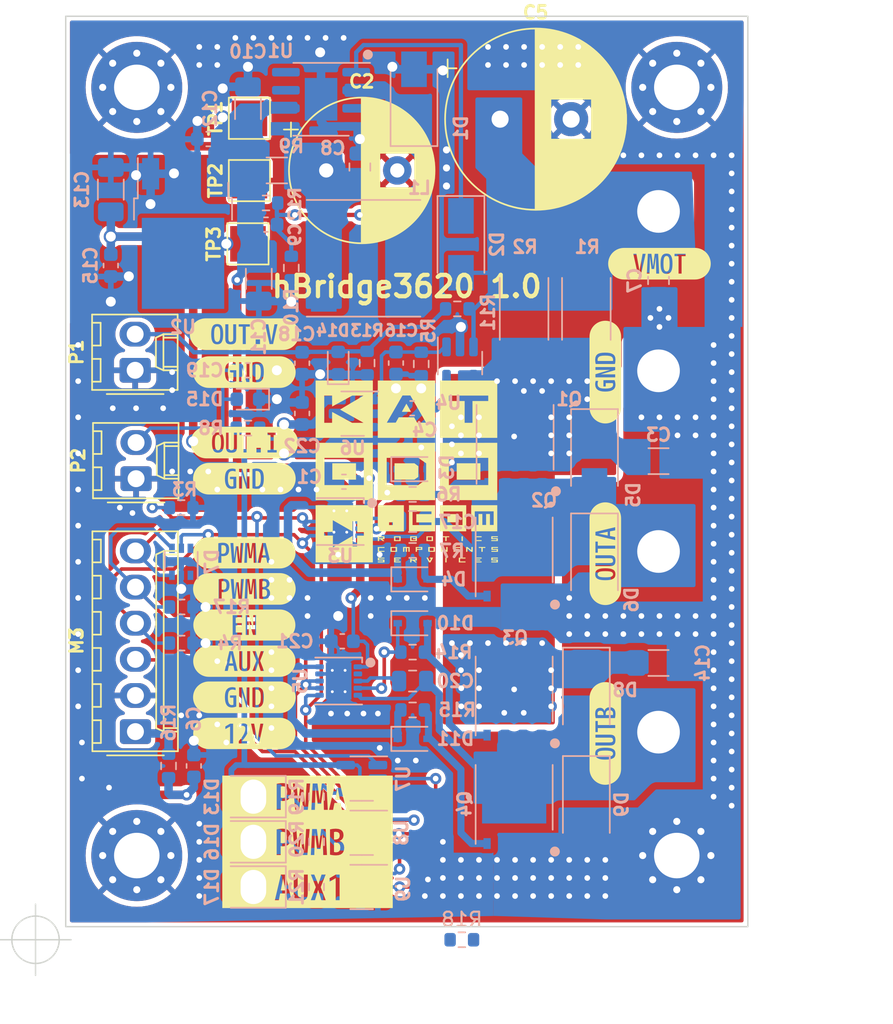
<source format=kicad_pcb>
(kicad_pcb (version 20211014) (generator pcbnew)
  (title_block (title "hBridge3620") (date "2023-01-07") (rev "1.0") (company "Katodo di Mauro Soligo"))
  (layers (0 "F.Cu" signal) (31 "B.Cu" signal) (34 "B.Paste" user) (35 "F.Paste" user) (36 "B.SilkS" user "B.Silkscreen") (37 "F.SilkS" user "F.Silkscreen") (38 "B.Mask" user) (39 "F.Mask" user) (44 "Edge.Cuts" user))
  (net 0 "")
  (net 1 "VMOT")
  (net 2 "GND")
  (net 3 "+12V")
  (net 4 "/VMOTOUT")
  (net 5 "Net-(C9-Pad2)")
  (net 6 "/ISENSE")
  (net 7 "Net-(C17-Pad2)")
  (net 8 "/CURRENT")
  (net 9 "+3V3")
  (net 10 "/OUTA")
  (net 11 "Net-(C20-Pad2)")
  (net 12 "Net-(C18-Pad1)")
  (net 13 "/OUTB")
  (net 14 "/HOA")
  (net 16 "PWMA")
  (net 17 "PWMB")
  (net 18 "EN")
  (net 19 "/HOGA")
  (net 20 "/LOA")
  (net 21 "/LOGA")
  (net 22 "/HOB")
  (net 23 "/HOGB")
  (net 24 "/LOB")
  (net 25 "/LOGB")
  (net 26 "/ISENSEOUT")
  (net 27 "/CSP")
  (net 28 "/SW")
  (net 29 "/VIN")
  (net 30 "/LED_PWMA")
  (net 31 "/LED_PWMB")
  (net 32 "Net-(M3-Pad1)")
  (net 33 "AUX")
  (net 34 "/L_PWMA")
  (net 35 "/L_PWMB")
  (net 36 "/L_AUX")
  (net 37 "/LED_AUX")
  (footprint "Connector_Wire:SolderWire-2.5sqmm_1x01_D2.4mm_OD4.4mm" (layer "F.Cu") (at 163.840402 100.006124)
    (fp_text reference "M2" hide)
    (fp_text value "HIGHCURRENTPAD2" hide)
  )
  (footprint "kibuzzard-63B18C79" (layer "F.Cu") (at 160.095402 112.861124 90)
    (fp_text reference "kibuzzard-63B18C79" hide)
    (fp_text value "G***" hide)
  )
  (footprint "kibuzzard-63934749" (layer "F.Cu") (at 134.695402 117.876124)
    (fp_text reference "kibuzzard-63934749" hide)
    (fp_text value "G***" hide)
  )
  (footprint "Capacitor_THT:CP_Radial_D12.5mm_P5.00mm" (layer "F.Cu") (at 152.691443 82.316124)
    (fp_text reference "C5")
    (fp_text value "330uF 50V")
  )
  (footprint "Connector_Molex:Molex_KK-254_AE-6410-06A_1x06_P2.54mm_Vertical" (layer "F.Cu") (at 127.030402 125.369124 90)
    (fp_text reference "M3")
    (fp_text value "KK-254-06" hide)
  )
  (footprint "kibuzzard-63934BD9" (layer "F.Cu") (at 134.695402 100.096124)
    (fp_text reference "kibuzzard-63934BD9" hide)
    (fp_text value "G***" hide)
  )
  (footprint "TestPoint:TestPoint_Pad_2.5x2.5mm" (layer "F.Cu") (at 134.949402 91.079124 90)
    (fp_text reference "TP3")
    (fp_text value "TESTPAD" hide)
  )
  (footprint "TestPoint:TestPoint_Pad_2.5x2.5mm" (layer "F.Cu") (at 135.051902 82.254124 90)
    (fp_text reference "TP1")
    (fp_text value "TESTPAD" hide)
  )
  (footprint "Connector_Wire:SolderWire-2.5sqmm_1x01_D2.4mm_OD4.4mm" (layer "F.Cu") (at 163.840402 88.801124)
    (fp_text reference "M1" hide)
    (fp_text value "HIGHCURRENTPAD2" hide)
  )
  (footprint "Connector_Molex:Molex_KK-254_AE-6410-02A_1x02_P2.54mm_Vertical" (layer "F.Cu") (at 127.010402 99.969124 90)
    (fp_text reference "P1")
    (fp_text value "KK-254-02" hide)
  )
  (footprint "Capacitor_THT:CP_Radial_D10.0mm_P5.00mm" (layer "F.Cu") (at 140.455725 85.919124)
    (fp_text reference "C2")
    (fp_text value "330uF 25V")
  )
  (footprint "MountingHole:MountingHole_3.2mm_M3_Pad_Via" (layer "F.Cu") (at 165.125402 80.081124)
    (fp_text reference "H1" hide)
    (fp_text value "MountingHole_Pad" hide)
  )
  (footprint "kibuzzard-63B83704" (layer "F.Cu") (at 139.140402 133.116124)
    (fp_text reference "kibuzzard-63B83704" hide)
    (fp_text value "G***" hide)
  )
  (footprint "kibuzzard-63934BD9" (layer "F.Cu") (at 160.095402 100.096124 90)
    (fp_text reference "kibuzzard-63934BD9" hide)
    (fp_text value "G***" hide)
  )
  (footprint "MountingHole:MountingHole_3.2mm_M3_Pad_Via" (layer "F.Cu") (at 165.125402 134.081124)
    (fp_text reference "H2" hide)
    (fp_text value "MountingHole_Pad" hide)
  )
  (footprint "katodo:Katodo" (layer "F.Cu") (at 146.125402 107.081124)
    (fp_text reference "G***" hide)
    (fp_text value "LOGO" hide)
  )
  (footprint "kibuzzard-6393473F" (layer "F.Cu") (at 134.695402 115.336124)
    (fp_text reference "kibuzzard-6393473F" hide)
    (fp_text value "G***" hide)
  )
  (footprint "TestPoint:TestPoint_Pad_2.5x2.5mm" (layer "F.Cu") (at 135.051902 86.634124 90)
    (fp_text reference "TP2")
    (fp_text value "TESTPAD" hide)
  )
  (footprint "MountingHole:MountingHole_3.2mm_M3_Pad_Via" (layer "F.Cu") (at 127.125402 134.081124)
    (fp_text reference "H4" hide)
    (fp_text value "MountingHole_Pad" hide)
  )
  (footprint "MountingHole:MountingHole_3.2mm_M3_Pad_Via" (layer "F.Cu") (at 127.125402 80.081124)
    (fp_text reference "H3" hide)
    (fp_text value "MountingHole_Pad" hide)
  )
  (footprint "kibuzzard-63934735" (layer "F.Cu") (at 134.695402 112.796124)
    (fp_text reference "kibuzzard-63934735" hide)
    (fp_text value "G***" hide)
  )
  (footprint "Connector_Wire:SolderWire-2.5sqmm_1x01_D2.4mm_OD4.4mm" (layer "F.Cu") (at 163.840402 112.706124)
    (fp_text reference "OUTA1" hide)
    (fp_text value "HIGHCURRENTPAD2" hide)
  )
  (footprint "kibuzzard-63AF517B" (layer "F.Cu") (at 134.695402 97.429124)
    (fp_text reference "kibuzzard-63AF517B" hide)
    (fp_text value "G***" hide)
  )
  (footprint "Connector_Molex:Molex_KK-254_AE-6410-02A_1x02_P2.54mm_Vertical" (layer "F.Cu") (at 127.075402 107.589124 90)
    (fp_text reference "P2")
    (fp_text value "KK-254-02" hide)
  )
  (footprint "Connector_Wire:SolderWire-2.5sqmm_1x01_D2.4mm_OD4.4mm" (layer "F.Cu") (at 163.840402 125.406124)
    (fp_text reference "OUTB1" hide)
    (fp_text value "HIGHCURRENTPAD2" hide)
  )
  (footprint "kibuzzard-63B18A56" (layer "F.Cu") (at 134.695402 125.496124)
    (fp_text reference "kibuzzard-63B18A56" hide)
    (fp_text value "G***" hide)
  )
  (footprint "kibuzzard-63B18C51" (layer "F.Cu") (at 163.905402 92.476124)
    (fp_text reference "kibuzzard-63B18C51" hide)
    (fp_text value "G***" hide)
  )
  (footprint "kibuzzard-63B18C86" (layer "F.Cu") (at 160.095402 125.496124 90)
    (fp_text reference "kibuzzard-63B18C86" hide)
    (fp_text value "G***" hide)
  )
  (footprint "kibuzzard-63934750" (layer "F.Cu") (at 134.695402 120.416124)
    (fp_text reference "kibuzzard-63934750" hide)
    (fp_text value "G***" hide)
  )
  (footprint "kibuzzard-63AF5189" (layer "F.Cu") (at 134.695402 105.049124)
    (fp_text reference "kibuzzard-63AF5189" hide)
    (fp_text value "G***" hide)
  )
  (footprint "kibuzzard-63934760" (layer "F.Cu") (at 134.695402 122.956124)
    (fp_text reference "kibuzzard-63934760" hide)
    (fp_text value "G***" hide)
  )
  (footprint "kibuzzard-63934BD9" (layer "F.Cu") (at 134.695402 107.589124)
    (fp_text reference "kibuzzard-63934BD9" hide)
    (fp_text value "G***" hide)
  )
  (footprint "Package_TO_SOT_SMD:TO-252-2" (layer "B.Cu") (at 130.378402 90.352124 -90)
    (fp_text reference "U2")
    (fp_text value "LD1117DT33TR")
  )
  (footprint "Capacitor_SMD:C_0603_1608Metric" (layer "B.Cu") (at 141.587402 119.019124)
    (fp_text reference "C21")
    (fp_text value "100nF 50V")
  )
  (footprint "Capacitor_SMD:C_1206_3216Metric_Pad1.33x1.80mm_HandSolder" (layer "B.Cu") (at 125.297402 87.269124 90)
    (fp_text reference "C13")
    (fp_text value "22uF 25V")
  )
  (footprint "Resistor_SMD:R_2512_6332Metric" (layer "B.Cu") (at 158.760402 95.651124 -90)
    (fp_text reference "R1")
    (fp_text value "8mΩ")
  )
  (footprint "Resistor_SMD:R_0603_1608Metric" (layer "B.Cu") (at 130.250402 116.606124)
    (fp_text reference "R17")
    (fp_text value "10K")
  )
  (footprint "katodo:U-DFN3030-10_3.1x3.1mm_P0.5mm_EP1.8x2.6mm_ThermalVias" (layer "B.Cu") (at 141.333402 121.813124 180)
    (fp_text reference "U5")
    (fp_text value "DGD05473FNQ")
  )
  (footprint "Capacitor_SMD:C_0603_1608Metric" (layer "B.Cu") (at 125.297402 92.603124 -90)
    (fp_text reference "C15")
    (fp_text value "100nF 50V")
  )
  (footprint "Diode_SMD:D_SMA" (layer "B.Cu") (at 159.333402 113.431124 -90)
    (fp_text reference "D6")
    (fp_text value "SS210 100V 2A")
  )
  (footprint "Capacitor_SMD:C_0805_2012Metric" (layer "B.Cu") (at 142.823402 85.679124 90)
    (fp_text reference "C8")
    (fp_text value "1uF 35V")
  )
  (footprint "Package_TO_SOT_SMD:SOT-23-5" (layer "B.Cu") (at 142.950402 136.291124 180)
    (fp_text reference "U9")
    (fp_text value "SN74AHCT1G00DBVR")
  )
  (footprint "katodo:DFN-8-1EP_5.55x5.2mm_P1.27mm_EP4.12x4.6mm_MOSFET_3PIN" (layer "B.Cu") (at 153.680402 113.091124 90)
    (fp_text reference "Q2")
    (fp_text value "RU6888M")
  )
  (footprint "Resistor_SMD:R_0603_1608Metric" (layer "B.Cu") (at 146.535402 112.631625)
    (fp_text reference "R7")
    (fp_text value "22R")
  )
  (footprint "Diode_SMD:D_SOD-323" (layer "B.Cu") (at 146.535402 114.663625)
    (fp_text reference "D4")
    (fp_text value "1N4148WS")
  )
  (footprint "katodo:U-DFN3030-10_3.1x3.1mm_P0.5mm_EP1.8x2.6mm_ThermalVias" (layer "B.Cu") (at 141.449903 110.599625 180)
    (fp_text reference "U3")
    (fp_text value "DGD05473FNQ")
  )
  (footprint "Capacitor_SMD:C_0603_1608Metric" (layer "B.Cu") (at 141.703903 107.805625)
    (fp_text reference "C1")
    (fp_text value "100nF 50V")
  )
  (footprint "Capacitor_SMD:C_0805_2012Metric" (layer "B.Cu") (at 146.535402 121.813124 180)
    (fp_text reference "C20")
    (fp_text value "100nF 100V")
  )
  (footprint "Capacitor_SMD:C_1206_3216Metric_Pad1.33x1.80mm_HandSolder" (layer "B.Cu") (at 135.711402 93.539124 -90)
    (fp_text reference "C11")
    (fp_text value "10uF 50V")
  )
  (footprint "Capacitor_SMD:C_0603_1608Metric" (layer "B.Cu") (at 138.759402 103.004124 90)
    (fp_text reference "C22")
    (fp_text value "100nF 50V")
  )
  (footprint "Resistor_SMD:R_0603_1608Metric" (layer "B.Cu") (at 130.250402 119.146124)
    (fp_text reference "R4")
    (fp_text value "10K")
  )
  (footprint "Diode_SMD:D_SMA" (layer "B.Cu") (at 146.633402 80.807124 90)
    (fp_text reference "D1")
    (fp_text value "SS210 100V 2A")
  )
  (footprint "Capacitor_SMD:C_0805_2012Metric" (layer "B.Cu") (at 146.535402 110.599625 180)
    (fp_text reference "C17")
    (fp_text value "100nF 100V")
  )
  (footprint "Resistor_SMD:R_0603_1608Metric" (layer "B.Cu") (at 134.949402 104.033124)
    (fp_text reference "R8")
    (fp_text value "1K")
  )
  (footprint "Resistor_SMD:R_0603_1608Metric" (layer "B.Cu") (at 143.331402 99.461124 -90)
    (fp_text reference "R13")
    (fp_text value "1K")
  )
  (footprint "Capacitor_SMD:C_1206_3216Metric_Pad1.33x1.80mm_HandSolder" (layer "B.Cu") (at 134.949402 81.601124 90)
    (fp_text reference "C10")
    (fp_text value "10uF 50V")
  )
  (footprint "katodo:DFN-8-1EP_5.55x5.2mm_P1.27mm_EP4.12x4.6mm_MOSFET_3PIN" (layer "B.Cu") (at 153.745402 105.176124 90)
    (fp_text reference "Q1")
    (fp_text value "RU6888M")
  )
  (footprint "Diode_SMD:D_SMA" (layer "B.Cu") (at 149.935402 91.116124 -90)
    (fp_text reference "D2")
    (fp_text value "SS210 100V 2A")
  )
  (footprint "Capacitor_SMD:C_1206_3216Metric_Pad1.33x1.80mm_HandSolder" (layer "B.Cu") (at 163.840402 106.356124 180)
    (fp_text reference "C3")
    (fp_text value "10uF 50V")
  )
  (footprint "Capacitor_SMD:C_1206_3216Metric_Pad1.33x1.80mm_HandSolder" (layer "B.Cu") (at 163.840402 120.543124 180)
    (fp_text reference "C14")
    (fp_text value "10uF 50V")
  )
  (footprint "katodo:DFN-8-1EP_5.55x5.2mm_P1.27mm_EP4.12x4.6mm_MOSFET_3PIN" (layer "B.Cu") (at 153.680402 122.866124 90)
    (fp_text reference "Q3")
    (fp_text value "RU6888M")
  )
  (footprint "katodo:DFN-8-1EP_5.55x5.2mm_P1.27mm_EP4.12x4.6mm_MOSFET_3PIN" (layer "B.Cu") (at 153.680402 130.486124 90)
    (fp_text reference "Q4")
    (fp_text value "RU6888M")
  )
  (footprint "Resistor_SMD:R_1206_3216Metric" (layer "B.Cu") (at 136.981402 85.919124)
    (fp_text reference "R9")
    (fp_text value "0.15R")
  )
  (footprint "Resistor_SMD:R_0603_1608Metric" (layer "B.Cu") (at 139.775402 133.116124 90)
    (fp_text reference "R20")
    (fp_text value "1K")
  )
  (footprint "Resistor_SMD:R_0603_1608Metric" (layer "B.Cu") (at 147.141402 99.524124 -90)
    (fp_text reference "R5")
    (fp_text value "18k")
  )
  (footprint "Diode_SMD:D_SMA" (layer "B.Cu") (at 158.760402 122.866124 -90)
    (fp_text reference "D8")
    (fp_text value "SS210 100V 2A")
  )
  (footprint "Capacitor_SMD:C_0603_1608Metric" (layer "B.Cu") (at 146.506402 102.636124 180)
    (fp_text reference "C4")
    (fp_text value "100nF 50V")
  )
  (footprint "Resistor_SMD:R_2512_6332Metric" (layer "B.Cu") (at 154.380402 95.651124 -90)
    (fp_text reference "R2")
    (fp_text value "8mΩ")
  )
  (footprint "LED_SMD:LED_1206_3216Metric_ReverseMount_Hole1.8x2.4mm" (layer "B.Cu") (at 135.330402 136.291124 180)
    (fp_text reference "D17")
    (fp_text value "LED_RVMNT_RED")
  )
  (footprint "Capacitor_SMD:C_0603_1608Metric" (layer "B.Cu") (at 138.759402 99.474124 -90)
    (fp_text reference "C18")
    (fp_text value "100nF 50V")
  )
  (footprint "Inductor_SMD:L_Taiyo-Yuden_NR-80xx" (layer "B.Cu") (at 143.083402 92.095124 180)
    (fp_text reference "L1")
    (fp_text value "YNR8040-101M")
  )
  (footprint "Capacitor_SMD:C_0603_1608Metric" (layer "B.Cu") (at 132.155402 83.713124 180)
    (fp_text reference "C12")
    (fp_text value "100nF 50V")
  )
  (footprint "Resistor_SMD:R_0603_1608Metric" (layer "B.Cu") (at 137.997402 92.777124 90)
    (fp_text reference "R10")
    (fp_text value "2K7")
  )
  (footprint "Diode_SMD:D_SOD-323" (layer "B.Cu") (at 146.535402 106.916625)
    (fp_text reference "D3")
    (fp_text value "1N4148WS")
  )
  (footprint "Resistor_SMD:R_0603_1608Metric" (layer "B.Cu") (at 136.219402 88.205124 180)
    (fp_text reference "R12")
    (fp_text value "23K2")
  )
  (footprint "LED_SMD:LED_1206_3216Metric_ReverseMount_Hole1.8x2.4mm" (layer "B.Cu") (at 135.330402 133.116124 180)
    (fp_text reference "D16")
    (fp_text value "LED_RVMNT_GREEN")
  )
  (footprint "Diode_SMD:D_0603_1608Metric" (layer "B.Cu") (at 141.299402 99.461124 90)
    (fp_text reference "D14")
    (fp_text value "PESD5V0X1BCSFYL")
  )
  (footprint "Diode_SMD:D_SMA" (layer "B.Cu") (at 159.333402 106.097124 -90)
    (fp_text reference "D5")
    (fp_text value "SS210 100V 2A")
  )
  (footprint "Package_SO:SOIC-8-1EP_3.9x4.9mm_P1.27mm_EP2.29x3mm" (layer "B.Cu") (at 140.091402 80.919124 180)
    (fp_text reference "U1")
    (fp_text value "XL7045")
  )
  (footprint "Capacitor_SMD:C_0805_2012Metric" (layer "B.Cu") (at 163.840402 93.656124 -90)
    (fp_text reference "C7")
    (fp_text value "100nF 100V")
  )
  (footprint "Package_TO_SOT_SMD:SOT-23-5" (layer "B.Cu") (at 142.315402 103.017124 180)
    (fp_text reference "U6")
    (fp_text value "LMV321")
  )
  (footprint "Capacitor_SMD:C_0603_1608Metric" (layer "B.Cu") (at 136.219402 89.729124)
    (fp_text reference "C9")
    (fp_text value "33n 50V")
  )
  (footprint "Capacitor_SMD:C_0603_1608Metric" (layer "B.Cu") (at 134.949402 99.969124)
    (fp_text reference "C19")
    (fp_text value "100nF 50V")
  )
  (footprint "Resistor_SMD:R_0603_1608Metric" (layer "B.Cu") (at 129.361402 127.782124 -90)
    (fp_text reference "R16")
    (fp_text value "0R")
  )
  (footprint "Resistor_SMD:R_0603_1608Metric" (layer "B.Cu") (at 139.775402 129.941124 90)
    (fp_text reference "R19")
    (fp_text value "1K")
  )
  (footprint "Package_TO_SOT_SMD:SOT-23-5" (layer "B.Cu") (at 149.870402 99.461124 -90)
    (fp_text reference "U4")
    (fp_text value "INA169NA/3K")
  )
  (footprint "Package_TO_SOT_SMD:SOT-23-5" (layer "B.Cu") (at 142.950402 128.671124 180)
    (fp_text reference "U7")
    (fp_text value "SN74AHCT1G00DBVR")
  )
  (footprint "Diode_SMD:D_SOD-323" (layer "B.Cu") (at 146.535402 117.749124)
    (fp_text reference "D10")
    (fp_text value "1N4148WS")
  )
  (footprint "Resistor_SMD:R_0603_1608Metric" (layer "B.Cu") (at 146.535402 108.694625)
    (fp_text reference "R6")
    (fp_text value "22R")
  )
  (footprint "Capacitor_SMD:C_0603_1608Metric" (layer "B.Cu") (at 145.363402 99.461124 -90)
    (fp_text reference "C16")
    (fp_text value "100nF 50V")
  )
  (footprint "Resistor_SMD:R_0603_1608Metric" (layer "B.Cu") (at 149.681402 95.651124)
    (fp_text reference "R11")
    (fp_text value "10K")
  )
  (footprint "LED_SMD:LED_1206_3216Metric_ReverseMount_Hole1.8x2.4mm" (layer "B.Cu") (at 135.330402 129.941124 180)
    (fp_text reference "D13")
    (fp_text value "LED_RVMNT_ORANGE")
  )
  (footprint "Resistor_SMD:R_0603_1608Metric" (layer "B.Cu") (at 150 140 180)
    (fp_text reference "R18")
    (fp_text value "10K")
  )
  (footprint "Resistor_SMD:R_0603_1608Metric" (layer "B.Cu") (at 139.775402 136.291124 90)
    (fp_text reference "R21")
    (fp_text value "1K")
  )
  (footprint "Resistor_SMD:R_0603_1608Metric" (layer "B.Cu") (at 146.535402 123.845124)
    (fp_text reference "R15")
    (fp_text value "22R")
  )
  (footprint "Package_TO_SOT_SMD:SOT-23-5" (layer "B.Cu") (at 142.950402 132.481124 180)
    (fp_text reference "U8")
    (fp_text value "SN74AHCT1G00DBVR")
  )
  (footprint "Resistor_SMD:R_0603_1608Metric" (layer "B.Cu") (at 130.250402 109.621124)
    (fp_text reference "R3")
    (fp_text value "10K")
  )
  (footprint "Diode_SMD:D_SMA" (layer "B.Cu") (at 158.760402 130.486124 -90)
    (fp_text reference "D9")
    (fp_text value "SS210 100V 2A")
  )
  (footprint "Diode_SMD:D_0603_1608Metric" (layer "B.Cu") (at 134.949402 102.001124 180)
    (fp_text reference "D15")
    (fp_text value "PESD5V0X1BCSFYL")
  )
  (footprint "Package_TO_SOT_SMD:SOT-363_SC-70-6" (layer "B.Cu") (at 130.250402 113.431124 90)
    (fp_text reference "D7")
    (fp_text value "SMF05CT1G")
  )
  (footprint "Diode_SMD:D_SOD-323" (layer "B.Cu") (at 146.535402 125.877124)
    (fp_text reference "D11")
    (fp_text value "1N4148WS")
  )
  (footprint "Capacitor_SMD:C_0603_1608Metric" (layer "B.Cu") (at 131.139402 127.782124 90)
    (fp_text reference "C6")
    (fp_text value "100nF 50V")
  )
  (footprint "Resistor_SMD:R_0603_1608Metric" (layer "B.Cu") (at 146.535402 119.781124)
    (fp_text reference "R14")
    (fp_text value "22R")
  )
  (gr_circle (center 156.61838 108.471205) (end 156.91838 108.471205) (layer "B.SilkS") (width 0.1) (fill solid))
  (gr_circle (center 143.386371 77.776027) (end 143.686371 77.776027) (layer "B.SilkS") (width 0.1) (fill solid))
  (gr_circle (center 156.545272 133.797802) (end 156.845272 133.797802) (layer "B.SilkS") (width 0.1) (fill solid))
  (gr_circle (center 143.68922 109.299625) (end 143.98922 109.299625) (layer "B.SilkS") (width 0.1) (fill solid))
  (gr_circle (center 156.549145 126.191943) (end 156.849145 126.191943) (layer "B.SilkS") (width 0.1) (fill solid))
  (gr_circle (center 156.55311 116.436945) (end 156.85311 116.436945) (layer "B.SilkS") (width 0.1) (fill solid))
  (gr_circle (center 143.567419 120.513124) (end 143.867419 120.513124) (layer "B.SilkS") (width 0.1) (fill solid))
  (gr_rect (start 122.125402 75.081124) (end 170.125402 139.081124) (layer "Edge.Cuts") (width 0.1) (fill none))
  (gr_text "hBridge3620 1.0" (at 146.125402 94.081124) (layer "F.SilkS") (effects (font (size 1.5 1.5) (thickness 0.3))))
  (target plus (at 120 140) (size 5) (width 0.1) (layer "Edge.Cuts"))
  (segment (start 152.988402 93.116124) (end 153.415902 92.688624) (width 0.3) (layer "B.Cu") (net 1))
  (segment (start 150.820402 95.718624) (end 153.850402 92.688624) (width 0.3) (layer "B.Cu") (net 1))
  (segment (start 150.820402 95.965124) (end 150.506402 95.651124) (width 0.3) (layer "B.Cu") (net 1))
  (segment (start 150.820402 98.633624) (end 150.820402 95.718624) (width 0.3) (layer "B.Cu") (net 1))
  (segment (start 149.935402 93.116124) (end 152.988402 93.116124) (width 0.3) (layer "B.Cu") (net 1))
  (segment (start 153.850402 92.688624) (end 154.380402 92.688624) (width 0.3) (layer "B.Cu") (net 1))
  (segment (start 150.820402 98.633624) (end 150.820402 95.965124) (width 0.3) (layer "B.Cu") (net 1))
  (segment (start 153.415902 92.688624) (end 154.380402 92.688624) (width 0.3) (layer "B.Cu") (net 1))
  (segment (start 150.820402 98.323624) (end 150.820402 98.633624) (width 0.3) (layer "B.Cu") (net 1))
  (via (at 131.393402 82.443124) (size 1) (drill 0.7) (layers "F.Cu" "B.Cu") (net 2))
  (via (at 168.985402 98.826124) (size 0.8) (drill 0.4) (layers "F.Cu" "B.Cu") (net 2))
  (via (at 147.395402 136.926124) (size 0.8) (drill 0.4) (layers "F.Cu" "B.Cu") (net 2))
  (via (at 145.363402 101.239124) (size 1) (drill 0.7) (layers "F.Cu" "B.Cu") (net 2))
  (via (at 163.905402 95.651124) (size 0.8) (drill 0.4) (layers "F.Cu" "B.Cu") (net 2))
  (via (at 168.985402 102.636124) (size 0.8) (drill 0.4) (layers "F.Cu" "B.Cu") (net 2))
  (via (at 168.985402 105.176124) (size 0.8) (drill 0.4) (layers "F.Cu" "B.Cu") (net 2))
  (via (at 158.825402 136.926124) (size 0.8) (drill 0.4) (layers "F.Cu" "B.Cu") (net 2))
  (via (at 140.791402 124.099124) (size 0.8) (drill 0.4) (layers "F.Cu" "B.Cu") (net 2))
  (via (at 123.000902 100.730081) (size 0.8) (drill 0.4) (layers "F.Cu" "B.Cu") (net 2))
  (via (at 123.000902 123.591124) (size 0.8) (drill 0.4) (layers "F.Cu" "B.Cu") (net 2))
  (via (at 131.520402 136.926124) (size 0.8) (drill 0.4) (layers "F.Cu" "B.Cu") (net 2))
  (via (at 139.140402 76.601124) (size 0.8) (drill 0.4) (layers "F.Cu" "B.Cu") (net 2))
  (via (at 168.985402 107.716124) (size 0.8) (drill 0.4) (layers "F.Cu" "B.Cu") (net 2))
  (via (at 149.935402 96.921124) (size 1) (drill 0.7) (layers "F.Cu" "B.Cu") (net 2))
  (via (at 168.985402 122.956124) (size 0.8) (drill 0.4) (layers "F.Cu" "B.Cu") (net 2))
  (via (at 168.985402 92.476124) (size 0.8) (drill 0.4) (layers "F.Cu" "B.Cu") (net 2))
  (via (at 137.870402 76.601124) (size 0.8) (drill 0.4) (layers "F.Cu" "B.Cu") (net 2))
  (via (at 136.600402 115.971124) (size 0.8) (drill 0.4) (layers "F.Cu" "B.Cu") (net 2))
  (via (at 158.190402 77.236124) (size 0.8) (drill 0.4) (layers "F.Cu" "B.Cu") (net 2))
  (via (at 167.715402 117.241124) (size 0.8) (drill 0.4) (layers "F.Cu" "B.Cu") (net 2))
  (via (at 163.905402 84.856124) (size 0.8) (drill 0.4) (layers "F.Cu" "B.Cu") (net 2))
  (via (at 168.985402 103.906124) (size 0.8) (drill 0.4) (layers "F.Cu" "B.Cu") (net 2))
  (via (at 143.585402 115.971124) (size 0.8) (drill 0.4) (layers "F.Cu" "B.Cu") (net 2))
  (via (at 155.015402 134.386124) (size 0.8) (drill 0.4) (layers "F.Cu" "B.Cu") (net 2))
  (via (at 133.425402 126.131124) (size 0.8) (drill 0.4) (layers "F.Cu" "B.Cu") (net 2))
  (via (at 147.395402 115.971124) (size 0.8) (drill 0.4) (layers "F.Cu" "B.Cu") (net 2))
  (via locked (at 145.490402 127.401124) (size 0.8) (drill 0.4) (layers "F.Cu" "B.Cu") (net 2))
  (via (at 130.250402 115.336124) (size 1) (drill 0.7) (layers "F.Cu" "B.Cu") (net 2))
  (via (at 123.000902 108.351124) (size 0.8) (drill 0.4) (layers "F.Cu" "B.Cu") (net 2))
  (via (at 168.985402 112.796124) (size 0.8) (drill 0.4) (layers "F.Cu" "B.Cu") (net 2))
  (via (at 157.555402 117.241124) (size 0.8) (drill 0.4) (layers "F.Cu" "B.Cu") (net 2))
  (via (at 136.600402 125.115124) (size 0.8) (drill 0.4) (layers "F.Cu" "B.Cu") (net 2))
  (via (at 148.665402 135.656124) (size 0.8) (drill 0.4) (layers "F.Cu" "B.Cu") (net 2))
  (via (at 125.170402 129.306124) (size 0.8) (drill 0.4) (layers "F.Cu" "B.Cu") (net 2))
  (via (at 168.985402 121.686124) (size 0.8) (drill 0.4) (layers "F.Cu" "B.Cu") (net 2))
  (via (at 136.600402 122.321124) (size 0.8) (drill 0.4) (layers "F.Cu" "B.Cu") (net 2))
  (via (at 168.985402 117.876124) (size 0.8) (drill 0.4) (layers "F.Cu" "B.Cu") (net 2))
  (via (at 123.000902 105.810081) (size 0.8) (drill 0.4) (layers "F.Cu" "B.Cu") (net 2))
  (via (at 136.981402 99.969124) (size 1) (drill 0.7) (layers "F.Cu" "B.Cu") (net 2))
  (via (at 144.855402 115.971124) (size 0.8) (drill 0.4) (layers "F.Cu" "B.Cu") (net 2))
  (via (at 156.285402 135.656124) (size 0.8) (drill 0.4) (layers "F.Cu" "B.Cu") (net 2))
  (via (at 153.745402 135.656124) (size 0.8) (drill 0.4) (layers "F.Cu" "B.Cu") (net 2))
  (via (at 153.110402 77.236124) (size 0.8) (drill 0.4) (layers "F.Cu" "B.Cu") (net 2))
  (via (at 128.091402 88.285124) (size 1) (drill 0.7) (layers "F.Cu" "B.Cu") (net 2))
  (via (at 160.095402 134.386124) (size 0.8) (drill 0.4) (layers "F.Cu" "B.Cu") (net 2))
  (via (at 158.825402 135.656124) (size 0.8) (drill 0.4) (layers "F.Cu" "B.Cu") (net 2))
  (via (at 132.155402 107.081124) (size 0.8) (drill 0.4) (layers "F.Cu" "B.Cu") (net 2))
  (via (at 167.715402 99.461124) (size 0.8) (drill 0.4) (layers "F.Cu" "B.Cu") (net 2))
  (via (at 168.985402 114.066124) (size 0.8) (drill 0.4) (layers "F.Cu" "B.Cu") (net 2))
  (via (at 168.985402 100.096124) (size 0.8) (drill 0.4) (layers "F.Cu" "B.Cu") (net 2))
  (via (at 147.611902 135.763121) (size 0.8) (drill 0.4) (layers "F.Cu" "B.Cu") (net 2))
  (via (at 131.965902 116.606124) (size 1) (drill 0.7) (layers "F.Cu" "B.Cu") (net 2))
  (via (at 146.125402 115.971124) (size 0.8) (drill 0.4) (layers "F.Cu" "B.Cu") (net 2))
  (via (at 168.985402 126.766124) (size 0.8) (drill 0.4) (layers "F.Cu" "B.Cu") (net 2))
  (via (at 148.665402 133.116124) (size 0.8) (drill 0.4) (layers "F.Cu" "B.Cu") (net 2))
  (via (at 163.905402 118.511124) (size 0.8) (drill 0.4) (layers "F.Cu" "B.Cu") (net 2))
  (via (at 132.790402 77.236124) (size 0.8) (drill 0.4) (layers "F.Cu" "B.Cu") (net 2))
  (via (at 140.410402 76.601124) (size 0.8) (drill 0.4) (layers "F.Cu" "B.Cu") (net 2))
  (via (at 168.985402 120.416124) (size 0.8) (drill 0.4) (layers "F.Cu" "B.Cu") (net 2))
  (via (at 136.600402 114.701124) (size 0.8) (drill 0.4) (layers "F.Cu" "B.Cu") (net 2))
  (via (at 136.981402 102.001124) (size 1) (drill 0.7) (layers "F.Cu" "B.Cu") (net 2))
  (via (at 168.985402 125.496124) (size 0.8) (drill 0.4) (layers "F.Cu" "B.Cu") (net 2))
  (via (at 168.985402 116.606124) (size 0.8) (drill 0.4) (layers "F.Cu" "B.Cu") (net 2))
  (via (at 167.715402 112.161124) (size 0.8) (drill 0.4) (layers "F.Cu" "B.Cu") (net 2))
  (via (at 162.635402 103.271124) (size 0.8) (drill 0.4) (layers "F.Cu" "B.Cu") (net 2))
  (via (at 141.680402 76.601124) (size 0.8) (drill 0.4) (layers "F.Cu" "B.Cu") (net 2))
  (via (at 148.919402 84.475124) (size 0.8) (drill 0.5) (layers "F.Cu" "B.Cu") (net 2))
  (via (at 157.555402 134.386124) (size 0.8) (drill 0.4) (layers "F.Cu" "B.Cu") (net 2))
  (via (at 168.985402 89.936124) (size 0.8) (drill 0.4) (layers "F.Cu" "B.Cu") (net 2))
  (via (at 168.985402 101.366124) (size 0.8) (drill 0.4) (layers "F.Cu" "B.Cu") (net 2))
  (via (at 123.000902 121.051124) (size 0.8) (drill 0.4) (layers "F.Cu" "B.Cu") (net 2))
  (via (at 126.567402 93.365124) (size 1) (drill 0.7) (layers "F.Cu" "B.Cu") (net 2))
  (via (at 156.920402 78.506124) (size 0.8) (drill 0.4) (layers "F.Cu" "B.Cu") (net 2))
  (via (at 165.175402 103.271124) (size 0.8) (drill 0.4) (layers "F.Cu" "B.Cu") (net 2))
  (via (at 160.095402 117.241124) (size 0.8) (drill 0.4) (layers "F.Cu" "B.Cu") (net 2))
  (via (at 148.665402 136.926124) (size 0.8) (drill 0.4) (layers "F.Cu" "B.Cu") (net 2))
  (via (at 167.715402 100.731124) (size 0.8) (drill 0.4) (layers "F.Cu" "B.Cu") (net 2))
  (via (at 168.985402 95.016124) (size 0.8) (drill 0.4) (layers "F.Cu" "B.Cu") (net 2))
  (via (at 166.445402 104.541124) (size 0.8) (drill 0.4) (layers "F.Cu" "B.Cu") (net 2))
  (via (at 135.330402 76.601124) (size 0.8) (drill 0.4) (layers "F.Cu" "B.Cu") (net 2))
  (via (at 131.965902 119.146124) (size 1) (drill 0.7) (layers "F.Cu" "B.Cu") (net 2))
  (via (at 167.715402 126.131124) (size 0.8) (drill 0.4) (layers "F.Cu" "B.Cu") (net 2))
  (via (at 123.000902 113.431124) (size 0.8) (drill 0.4) (layers "F.Cu" "B.Cu") (net 2))
  (via (at 151.840402 78.506124) (size 0.8) (drill 0.4) (layers "F.Cu" "B.Cu") (net 2))
  (via (at 140.029402 77.617124) (size 1) (drill 0.7) (layers "F.Cu" "B.Cu") (net 2))
  (via (at 140.029402 100.248624) (size 1) (drill 0.7) (layers "F.Cu" "B.Cu") (net 2))
  (via (at 144.220402 126.512124) (size 0.8) (drill 0.4) (layers "F.Cu" "B.Cu") (net 2))
  (via (at 137.870402 114.701124) (size 0.8) (drill 0.4) (layers "F.Cu" "B.Cu") (net 2))
  (via (at 160.095402 135.656124) (size 0.8) (drill 0.4) (layers "F.Cu" "B.Cu") (net 2))
  (via (at 123.000902 118.511124) (size 0.8) (drill 0.4) (layers "F.Cu" "B.Cu") (net 2))
  (via (at 166.445402 84.856124) (size 0.8) (drill 0.4) (layers "F.Cu" "B.Cu") (net 2))
  (via (at 153.745402 136.926124) (size 0.8) (drill 0.4) (layers "F.Cu" "B.Cu") (net 2))
  (via (at 144.093402 124.099124) (size 0.8) (drill 0.4) (layers "F.Cu" "B.Cu") (net 2))
  (via (at 148.665402 134.386124) (size 0.8) (drill 0.4) (layers "F.Cu" "B.Cu") (net 2))
  (via (at 128.980402 102.636124) (size 0.8) (drill 0.4) (layers "F.Cu" "B.Cu") (net 2))
  (via (at 167.715402 110.891124) (size 0.8) (drill 0.4) (layers "F.Cu" "B.Cu") (net 2))
  (via (at 161.365402 117.241124) (size 0.8) (drill 0.4) (layers "F.Cu" "B.Cu") (net 2))
  (via (at 161.365402 84.856124) (size 0.8) (drill 0.4) (layers "F.Cu" "B.Cu") (net 2))
  (via (at 149.935402 135.656124) (size 0.8) (drill 0.4) (layers "F.Cu" "B.Cu") (net 2))
  (via (at 129.742402 86.126124) (size 1) (drill 0.7) (layers "F.Cu" "B.Cu") (net 2))
  (via (at 163.905402 103.271124) (size 0.8) (drill 0.4) (layers "F.Cu" "B.Cu") (net 2))
  (via (at 165.175402 84.856124) (size 0.8) (drill 0.4) (layers "F.Cu" "B.Cu") (net 2))
  (via (at 161.365402 118.511124) (size 0.8) (drill 0.4) (layers "F.Cu" "B.Cu") (net 2))
  (via (at 157.555402 115.971124) (size 0.8) (drill 0.4) (layers "F.Cu" "B.Cu") (net 2))
  (via (at 155.650402 78.506124) (size 0.8) (drill 0.4) (layers "F.Cu" "B.Cu") (net 2))
  (via (at 123.000902 103.270081) (size 0.8) (drill 0.4) (layers "F.Cu" "B.Cu") (net 2))
  (via (at 167.715402 105.811124) (size 0.8) (drill 0.4) (layers "F.Cu" "B.Cu") (net 2))
  (via (at 131.520402 77.236124) (size 0.8) (drill 0.4) (layers "F.Cu" "B.Cu") (net 2))
  (via (at 167.715402 107.081124) (size 0.8) (drill 0.4) (layers "F.Cu" "B.Cu") (net 2))
  (via (at 168.985402 119.146124) (size 0.8) (drill 0.4) (layers "F.Cu" "B.Cu") (net 2))
  (via (at 165.175402 104.541124) (size 0.8) (drill 0.4) (layers "F.Cu" "B.Cu") (net 2))
  (via (at 154.380402 78.506124) (size 0.8) (drill 0.4) (layers "F.Cu" "B.Cu") (net 2))
  (via (at 138.505402 108.351124) (size 0.8) (drill 0.4) (layers "F.Cu" "B.Cu") (net 2))
  (via (at 160.095402 136.926124) (size 0.8) (drill 0.4) (layers "F.Cu" "B.Cu") (net 2))
  (via (at 168.985402 111.526124) (size 0.8) (drill 0.4) (layers "F.Cu" "B.Cu") (net 2))
  (via (at 137.235402 108.351124) (size 0.8) (drill 0.4) (layers "F.Cu" "B.Cu") (net 2))
  (via (at 158.825402 118.511124) (size 0.8) (drill 0.4) (layers "F.Cu" "B.Cu") (net 2))
  (via (at 151.205402 135.656124) (size 0.8) (drill 0.4) (layers "F.Cu" "B.Cu") (net 2))
  (via (at 168.985402 93.746124) (size 0.8) (drill 0.4) (layers "F.Cu" "B.Cu") (net 2))
  (via (at 157.555402 136.926124) (size 0.8) (drill 0.4) (layers "F.Cu" "B.Cu") (net 2))
  (via (at 143.077402 124.099124) (size 0.8) (drill 0.4) (layers "F.Cu" "B.Cu") (net 2))
  (via (at 123.265402 128.671124) (size 0.8) (drill 0.4) (layers "F.Cu" "B.Cu") (net 2))
  (via (at 151.840402 77.236124) (size 0.8) (drill 0.4) (layers "F.Cu" "B.Cu") (net 2))
  (via (at 167.715402 102.001124) (size 0.8) (drill 0.4) (layers "F.Cu" "B.Cu") (net 2))
  (via (at 152.475402 136.926124) (size 0.8) (drill 0.4) (layers "F.Cu" "B.Cu") (net 2))
  (via (at 153.110402 78.506124) (size 0.8) (drill 0.4) (layers "F.Cu" "B.Cu") (net 2))
  (via (at 155.015402 135.656124) (size 0.8) (drill 0.4) (layers "F.Cu" "B.Cu") (net 2))
  (via (at 163.905402 117.241124) (size 0.8) (drill 0.4) (layers "F.Cu" "B.Cu") (net 2))
  (via (at 157.555402 135.656124) (size 0.8) (drill 0.4) (layers "F.Cu" "B.Cu") (net 2))
  (via (at 167.715402 118.511124) (size 0.8) (drill 0.4) (layers "F.Cu" "B.Cu") (net 2))
  (via (at 132.790402 78.506124) (size 0.8) (drill 0.4) (layers "F.Cu" "B.Cu") (net 2))
  (via (at 131.520402 135.656124) (size 0.8) (drill 0.4) (layers "F.Cu" "B.Cu") (net 2))
  (via (at 137.997402 95.143124) (size 1) (drill 0.7) (layers "F.Cu" "B.Cu") (net 2))
  (via (at 127.075402 102.636124) (size 0.8) (drill 0.4) (layers "F.Cu" "B.Cu") (net 2))
  (via (at 168.985402 129.306124) (size 0.8) (drill 0.4) (layers "F.Cu" "B.Cu") (net 2))
  (via (at 148.919402 87.015124) (size 0.8) (drill 0.5) (layers "F.Cu" "B.Cu") (net 2))
  (via (at 167.715402 119.781124) (size 0.8) (drill 0.4) (layers "F.Cu" "B.Cu") (net 2))
  (via (at 168.985402 124.226124) (size 0.8) (drill 0.4) (layers "F.Cu" "B.Cu") (net 2))
  (via (at 167.715402 122.321124) (size 0.8) (drill 0.4) (layers "F.Cu" "B.Cu") (net 2))
  (via (at 167.715402 113.431124) (size 0.8) (drill 0.4) (layers "F.Cu" "B.Cu") (net 2))
  (via (at 125.434902 102.636124) (size 0.8) (drill 0.4) (layers "F.Cu" "B.Cu") (net 2))
  (via (at 167.715402 123.591124) (size 0.8) (drill 0.4) (layers "F.Cu" "B.Cu") (net 2))
  (via (at 130.885402 107.081124) (size 0.8) (drill 0.4) (layers "F.Cu" "B.Cu") (net 2))
  (via (at 162.635402 84.856124) (size 0.8) (drill 0.4) (layers "F.Cu" "B.Cu") (net 2))
  (via (at 148.665402 78.887124) (size 1) (drill 0.7) (layers "F.Cu" "B.Cu") (net 2))
  (via (at 168.985402 130.576124) (size 0.8) (drill 0.4) (layers "F.Cu" "B.Cu") (net 2))
  (via (at 158.190402 78.506124) (size 0.8) (drill 0.4) (layers "F.Cu" "B.Cu") (net 2))
  (via (at 163.905402 96.921124) (size 0.8) (drill 0.4) (layers "F.Cu" "B.Cu") (net 2))
  (via (at 131.520402 133.116124) (size 0.8) (drill 0.4) (layers "F.Cu" "B.Cu") (net 2))
  (via (at 155.015402 136.926124) (size 0.8) (drill 0.4) (layers "F.Cu" "B.Cu") (net 2))
  (via (at 139.775402 108.351124) (size 0.8) (drill 0.4) (layers "F.Cu" "B.Cu") (net 2))
  (via (at 125.932402 109.621124) (size 0.8) (drill 0.4) (layers "F.Cu" "B.Cu") (net 2))
  (via (at 142.823402 83.713124) (size 1) (drill 0.7) (layers "F.Cu" "B.Cu") (net 2))
  (via (at 167.715402 127.401124) (size 0.8) (drill 0.4) (layers "F.Cu" "B.Cu") (net 2))
  (via (at 147.141402 101.239124) (size 1) (drill 0.7) (layers "F.Cu" "B.Cu") (net 2))
  (via (at 167.715402 103.271124) (size 0.8) (drill 0.4) (layers "F.Cu" "B.Cu") (net 2))
  (via (at 147.14492 105.39094) (size 0.8) (drill 0.4) (layers "F.Cu" "B.Cu") (net 2))
  (via (at 136.600402 119.781124) (size 0.8) (drill 0.4) (layers "F.Cu" "B.Cu") (net 2))
  (via (at 151.205402 136.926124) (size 0.8) (drill 0.4) (layers "F.Cu" "B.Cu") (net 2))
  (via (at 167.715402 124.861124) (size 0.8) (drill 0.4) (layers "F.Cu" "B.Cu") (net 2))
  (via (at 136.600402 121.051124) (size 0.8) (drill 0.4) (layers "F.Cu" "B.Cu") (net 2))
  (via (at 157.555402 118.511124) (size 0.8) (drill 0.4) (layers "F.Cu" "B.Cu") (net 2))
  (via (at 168.985402 91.206124) (size 0.8) (drill 0.4) (layers "F.Cu" "B.Cu") (net 2))
  (via (at 162.635402 117.241124) (size 0.8) (drill 0.4) (layers "F.Cu" "B.Cu") (net 2))
  (via (at 167.715402 129.941124) (size 0.8) (drill 0.4) (layers "F.Cu" "B.Cu") (net 2))
  (via locked (at 125.297402 95.143124) (size 1) (drill 0.7) (layers "F.Cu" "B.Cu") (net 2))
  (via (at 154.380402 77.236124) (size 0.8) (drill 0.4) (layers "F.Cu" "B.Cu") (net 2))
  (via (at 131.520402 124.226124) (size 0.8) (drill 0.4) (layers "F.Cu" "B.Cu") (net 2))
  (via (at 141.299402 112.923124) (size 0.8) (drill 0.4) (layers "F.Cu" "B.Cu") (net 2))
  (via (at 166.445402 118.511124) (size 0.8) (drill 0.4) (layers "F.Cu" "B.Cu") (net 2))
  (via (at 155.650402 77.236124) (size 0.8) (drill 0.4) (layers "F.Cu" "B.Cu") (net 2))
  (via (at 129.615402 107.081124) (size 0.8) (drill 0.4) (layers "F.Cu" "B.Cu") (net 2))
  (via (at 134.949402 78.633124) (size 1) (drill 0.7) (layers "F.Cu" "B.Cu") (net 2))
  (via (at 134.060402 76.601124) (size 0.8) (drill 0.4) (layers "F.Cu" "B.Cu") (net 2))
  (via (at 123.265402 126.131124) (size 0.8) (drill 0.4) (layers "F.Cu" "B.Cu") (net 2))
  (via (at 149.935402 136.926124) (size 0.8) (drill 0.4) (layers "F.Cu" "B.Cu") (net 2))
  (via (at 131.520402 134.386124) (size 0.8) (drill 0.4) (layers "F.Cu" "B.Cu") (net 2))
  (via (at 167.715402 104.541124) (size 0.8) (drill 0.4) (layers "F.Cu" "B.Cu") (net 2))
  (via (at 127.075402 86.253124) (size 1) (drill 0.7) (layers "F.Cu" "B.Cu") (net 2))
  (via (at 166.445402 117.241124) (size 0.8) (drill 0.4) (layers "F.Cu" "B.Cu") (net 2))
  (via (at 145.109402 78.633124) (size 1) (drill 0.7) (layers "F.Cu" "B.Cu") (net 2))
  (via (at 166.445402 103.271124) (size 0.8) (drill 0.4) (layers "F.Cu" "B.Cu") (net 2))
  (via (at 168.985402 84.856124) (size 0.8) (drill 0.4) (layers "F.Cu" "B.Cu") (net 2))
  (via (at 168.985402 86.126124) (size 0.8) (drill 0.4) (layers "F.Cu" "B.Cu") (net 2))
  (via (at 135.965402 108.351124) (size 0.8) (drill 0.4) (layers "F.Cu" "B.Cu") (net 2))
  (via (at 151.205402 134.386124) (size 0.8) (drill 0.4) (layers "F.Cu" "B.Cu") (net 2))
  (via (at 139.140402 117.241124) (size 0.8) (drill 0.4) (layers "F.Cu" "B.Cu") (net 2))
  (via (at 141.934402 124.099124) (size 0.8) (drill 0.4) (layers "F.Cu" "B.Cu") (net 2))
  (via (at 126.821402 110.002124) (size 0.8) (drill 0.4) (layers "F.Cu" "B.Cu") (net 2))
  (via (at 152.475402 134.386124) (size 0.8) (drill 0.4) (layers "F.Cu" "B.Cu") (net 2))
  (via (at 158.825402 117.241124) (size 0.8) (drill 0.4) (layers "F.Cu" "B.Cu") (net 2))
  (via (at 143.585402 117.241124) (size 0.8) (drill 0.4) (layers "F.Cu" "B.Cu") (net 2))
  (via (at 136.600402 123.591124) (size 0.8) (drill 0.4) (layers "F.Cu" "B.Cu") (net 2))
  (via (at 167.715402 115.971124) (size 0.8) (drill 0.4) (layers "F.Cu" "B.Cu") (net 2))
  (via (at 167.715402 128.671124) (size 0.8) (drill 0.4) (layers "F.Cu" "B.Cu") (net 2))
  (via (at 168.985402 128.036124) (size 0.8) (drill 0.4) (layers "F.Cu" "B.Cu") (net 2))
  (via (at 139.140402 115.971124) (size 0.8) (drill 0.4) (layers "F.Cu" "B.Cu") (net 2))
  (via (at 141.299402 117.241124) (size 1) (drill 0.7) (layers "F.Cu" "B.Cu") (net 2))
  (via (at 168.985402 110.256124) (size 0.8) (drill 0.4) (layers "F.Cu" "B.Cu") (net 2))
  (via (at 130.250402 124.226124) (size 0.8) (drill 0.4) (layers "F.Cu" "B.Cu") (net 2))
  (via (at 168.985402 115.336124) (size 0.8) (drill 0.4) (layers "F.Cu" "B.Cu") (net 2))
  (via (at 132.790402 108.351124) (size 0.8) (drill 0.4) (layers "F.Cu" "B.Cu") (net 2))
  (via (at 156.920402 77.236124) (size 0.8) (drill 0.4) (layers "F.Cu" "B.Cu") (net 2))
  (via (at 165.175402 118.511124) (size 0.8) (drill 0.4) (layers "F.Cu" "B.Cu") (net 2))
  (via (at 123.000902 110.889649) (size 0.8) (drill 0.4) (layers "F.Cu" "B.Cu") (net 2))
  (via (at 129.615402 101.366124) (size 0.8) (drill 0.4) (layers "F.Cu" "B.Cu") (net 2))
  (via (at 132.790402 124.861124) (size 0.8) (drill 0.4) (layers "F.Cu" "B.Cu") (net 2))
  (via (at 162.635402 118.511124) (size 0.8) (drill 0.4) (layers "F.Cu" "B.Cu") (net 2))
  (via (at 149.935402 134.386124) (size 0.8) (drill 0.4) (layers "F.Cu" "B.Cu") (net 2))
  (via (at 144.220402 112.923124) (size 0.8) (drill 0.4) (layers "F.Cu" "B.Cu") (net 2))
  (via (at 167.715402 109.621124) (size 0.8) (drill 0.4) (layers "F.Cu" "B.Cu") (net 2))
  (via (at 167.715402 84.856124) (size 0.8) (drill 0.4) (layers "F.Cu" "B.Cu") (net 2))
  (via (at 167.715402 114.701124) (size 0.8) (drill 0.4) (layers "F.Cu" "B.Cu") (net 2))
  (via (at 152.475402 135.656124) (size 0.8) (drill 0.4) (layers "F.Cu" "B.Cu") (net 2))
  (via (at 148.919402 85.745124) (size 0.8) (drill 0.5) (layers "F.Cu" "B.Cu") (net 2))
  (via (at 133.171402 80.157124) (size 1) (drill 0.7) (layers "F.Cu" "B.Cu") (net 2))
  (via (at 168.985402 88.666124) (size 0.8) (drill 0.4) (layers "F.Cu" "B.Cu") (net 2))
  (via (at 168.985402 96.286124) (size 0.8) (drill 0.4) (layers "F.Cu" "B.Cu") (net 2))
  (via (at 131.520402 131.846124) (size 0.8) (drill 0.4) (layers "F.Cu" "B.Cu") (net 2))
  (via (at 146.760402 127.401124) (size 0.8) (drill 0.4) (layers "F.Cu" "B.Cu") (net 2))
  (via (at 131.139402 126.004124) (size 1) (drill 0.7) (layers "F.Cu" "B.Cu") (net 2))
  (via (at 156.285402 134.386124) (size 0.8) (drill 0.4) (layers "F.Cu" "B.Cu") (net 2))
  (via (at 158.825402 134.386124) (size 0.8) (drill 0.4) (layers "F.Cu" "B.Cu") (net 2))
  (via (at 164.540402 96.286124) (size 0.8) (drill 0.4) (layers "F.Cu" "B.Cu") (net 2))
  (via (at 167.715402 121.051124) (size 0.8) (drill 0.4) (layers "F.Cu" "B.Cu") (net 2))
  (via (at 168.985402 87.396124) (size 0.8) (drill 0.4) (layers "F.Cu" "B.Cu") (net 2))
  (via (at 165.175402 117.241124) (size 0.8) (drill 0.4) (layers "F.Cu" "B.Cu") (net 2))
  (via (at 167.715402 108.351124) (size 0.8) (drill 0.4) (layers "F.Cu" "B.Cu") (net 2))
  (via (at 123.000902 98.190081) (size 0.8) (drill 0.4) (layers "F.Cu" "B.Cu") (net 2))
  (via (at 136.600402 113.431124) (size 0.8) (drill 0.4) (layers "F.Cu" "B.Cu") (net 2))
  (via (at 168.985402 108.986124) (size 0.8) (drill 0.4) (layers "F.Cu" "B.Cu") (net 2))
  (via (at 168.985402 106.446124) (size 0.8) (drill 0.4) (layers "F.Cu" "B.Cu") (net 2))
  (via (at 123.000902 115.971124) (size 0.8) (drill 0.4) (layers "F.Cu" "B.Cu") (net 2))
  (via (at 156.285402 136.926124) (size 0.8) (drill 0.4) (layers "F.Cu" "B.Cu") (net 2))
  (via (at 137.870402 115.971124) (size 0.8) (drill 0.4) (layers "F.Cu" "B.Cu") (net 2))
  (via (at 168.985402 97.556124) (size 0.8) (drill 0.4) (layers "F.Cu" "B.Cu") (net 2))
  (via (at 129.615402 100.096124) (size 0.8) (drill 0.4) (layers "F.Cu" "B.Cu") (net 2))
  (via (at 131.520402 78.506124) (size 0.8) (drill 0.4) (layers "F.Cu" "B.Cu") (net 2))
  (via (at 153.745402 134.386124) (size 0.8) (drill 0.4) (layers "F.Cu" "B.Cu") (net 2))
  (via (at 167.715402 98.191124) (size 0.8) (drill 0.4) (layers "F.Cu" "B.Cu") (net 2))
  (via (at 160.095402 118.511124) (size 0.8) (drill 0.4) (layers "F.Cu" "B.Cu") (net 2))
  (via (at 136.600402 76.601124) (size 0.8) (drill 0.4) (layers "F.Cu" "B.Cu") (net 2))
  (via (at 163.270402 96.286124) (size 0.8) (drill 0.4) (layers "F.Cu" "B.Cu") (net 2))
  (segment (start 140.928903 109.778625) (end 140.999903 109.849625) (width 0.25) (layer "B.Cu") (net 2))
  (segment (start 127.176402 86.152124) (end 127.075402 86.253124) (width 0.6) (layer "B.Cu") (net 2))
  (segment (start 142.823402 83.081124) (end 142.566402 82.824124) (width 0.6) (layer "B.Cu") (net 2))
  (segment (start 130.250402 115.082124) (end 130.250402 115.336124) (width 0.25) (layer "B.Cu") (net 2))
  (segment (start 147.649402 130.068124) (end 147.202402 129.621124) (width 0.6) (layer "B.Cu") (net 2))
  (segment (start 145.283402 78.807124) (end 145.109402 78.633124) (width 0.6) (layer "B.Cu") (net 2))
  (segment (start 134.949402 80.038624) (end 133.289902 80.038624) (width 0.6) (layer "B.Cu") (net 2))
  (segment (start 137.209402 102.229124) (end 136.981402 102.001124) (width 0.6) (layer "B.Cu") (net 2))
  (segment (start 145.490402 101.239124) (end 145.363402 101.239124) (width 0.6) (layer "B.Cu") (net 2))
  (segment (start 147.141402 100.349124) (end 147.141402 101.239124) (width 0.6) (layer "B.Cu") (net 2))
  (segment (start 131.380402 83.713124) (end 131.380402 82.456124) (width 0.6) (layer "B.Cu") (net 2))
  (segment (start 143.452902 103.017124) (end 145.350402 103.017124) (width 0.6) (layer "B.Cu") (net 2))
  (segment (start 147.080402 137.241124) (end 147.395402 136.926124) (width 0.6) (layer "B.Cu") (net 2))
  (segment (start 147.202402 129.621124) (end 144.087902 129.621124) (width 0.6) (layer "B.Cu") (net 2))
  (segment (start 133.289902 80.038624) (end 133.171402 80.157124) (width 0.6) (layer "B.Cu") (net 2))
  (segment (start 140.928903 107.805625) (end 140.928903 109.778625) (width 0.25) (layer "B.Cu") (net 2))
  (segment (start 140.091402 82.505124) (end 140.091402 80.919124) (width 0.6) (layer "B.Cu") (net 2))
  (segment (start 144.280902 133.624124) (end 146.908404 133.624124) (width 0.6) (layer "B.Cu") (net 2))
  (segment (start 146.908404 133.624124) (end 147.649402 134.365122) (width 0.6) (layer "B.Cu") (net 2))
  (segment (start 125.297402 93.378124) (end 126.554402 93.378124) (width 0.6) (layer "B.Cu") (net 2))
  (segment (start 142.823402 84.729124) (end 142.823402 83.081124) (width 0.6) (layer "B.Cu") (net 2))
  (segment (start 127.652902 85.706624) (end 128.098402 86.152124) (width 0.6) (layer "B.Cu") (net 2))
  (segment (start 128.098402 88.278124) (end 128.091402 88.285124) (width 0.6) (layer "B.Cu") (net 2))
  (segment (start 141.299402 100.248624) (end 140.029402 100.248624) (width 0.6) (layer "B.Cu") (net 2))
  (segment (start 135.711402 95.101624) (end 137.955902 95.101624) (width 0.6) (layer "B.Cu") (net 2))
  (segment (start 134.949402 80.038624) (end 134.949402 78.633124) (width 0.6) (layer "B.Cu") (net 2))
  (segment (start 145.363402 100.236124) (end 145.363402 101.239124) (width 0.6) (layer "B.Cu") (net 2))
  (segment (start 145.350402 103.017124) (end 145.731402 102.636124) (width 0.6) (layer "B.Cu") (net 2))
  (segment (start 145.731402 101.239124) (end 145.731402 102.636124) (width 0.6) (layer "B.Cu") (net 2))
  (segment (start 149.870402 98.323624) (end 149.870402 96.986124) (width 0.6) (layer "B.Cu") (net 2))
  (segment (start 147.141402 101.239124) (end 145.731402 101.239124) (width 0.6) (layer "B.Cu") (net 2))
  (segment (start 130.250402 114.381124) (end 130.250402 115.082124) (width 0.25) (layer "B.Cu") (net 2))
  (segment (start 139.983402 121.313124) (end 140.633402 121.313124) (width 0.25) (layer "B.Cu") (net 2))
  (segment (start 137.997402 93.602124) (end 137.997402 95.143124) (width 0.6) (layer "B.Cu") (net 2))
  (segment (start 135.736902 102.001124) (end 136.981402 102.001124) (width 0.6) (layer "B.Cu") (net 2))
  (segment (start 142.566402 82.824124) (end 140.410402 82.824124) (width 0.6) (layer "B.Cu") (net 2))
  (segment (start 138.759402 100.249124) (end 140.028902 100.249124) (width 0.6) (layer "B.Cu") (net 2))
  (segment (start 131.075402 116.606124) (end 131.965902 116.606124) (width 0.6) (layer "B.Cu") (net 2))
  (segment (start 144.087902 133.431124) (end 144.280902 133.624124) (width 0.6) (layer "B.Cu") (net 2))
  (segment (start 146.633402 78.807124) (end 145.283402 78.807124) (width 0.6) (layer "B.Cu") (net 2))
  (segment (start 140.091402 80.919124) (end 140.091402 77.679124) (width 0.6) (layer "B.Cu") (net 2))
  (segment (start 144.087902 137.241124) (end 147.080402 137.241124) (width 0.6) (layer "B.Cu") (net 2))
  (segment (start 140.091402 77.679124) (end 140.029402 77.617124) (width 0.6) (layer "B.Cu") (net 2))
  (segment (start 141.336902 100.286124) (end 141.299402 100.248624) (width 0.6) (layer "B.Cu") (net 2))
  (segment (start 140.410402 82.824124) (end 140.091402 82.505124) (width 0.6) (layer "B.Cu") (net 2))
  (segment (start 143.331402 100.286124) (end 141.336902 100.286124) (width 0.6) (layer "B.Cu") (net 2))
  (segment (start 128.098402 86.152124) (end 127.176402 86.152124) (width 0.6) (layer "B.Cu") (net 2))
  (segment (start 145.744402 101.493124) (end 145.490402 101.239124) (width 0.6) (layer "B.Cu") (net 2))
  (segment (start 147.649402 134.365122) (end 147.649402 130.068124) (width 0.6) (layer "B.Cu") (net 2))
  (segment (start 140.812402 119.019124) (end 140.812402 117.728124) (width 0.25) (layer "B.Cu") (net 2))
  (segment (start 140.099903 110.099625) (end 140.749903 110.099625) (width 0.25) (layer "B.Cu") (net 2))
  (segment (start 140.812402 119.019124) (end 141.333402 119.540124) (width 0.25) (layer "B.Cu") (net 2))
  (segment (start 126.554402 93.378124) (end 126.567402 93.365124) (width 0.6) (layer "B.Cu") (net 2))
  (segment (start 140.812402 117.728124) (end 141.299402 117.241124) (width 0.25) (layer "B.Cu") (net 2))
  (segment (start 128.098402 86.152124) (end 129.716402 86.152124) (width 0.6) (layer "B.Cu") (net 2))
  (segment (start 140.633402 121.313124) (end 140.883402 121.063124) (width 0.25) (layer "B.Cu") (net 2))
  (segment (start 135.724402 99.969124) (end 136.981402 99.969124) (width 0.6) (layer "B.Cu") (net 2))
  (segment (start 131.380402 82.456124) (end 131.393402 82.443124) (width 0.6) (layer "B.Cu") (net 2))
  (segment (start 125.297402 85.706624) (end 127.652902 85.706624) (width 0.6) (layer "B.Cu") (net 2))
  (segment (start 140.028902 100.249124) (end 140.029402 100.248624) (width 0.6) (layer "B.Cu") (net 2))
  (segment (start 138.759402 102.229124) (end 137.209402 102.229124) (width 0.6) (layer "B.Cu") (net 2))
  (segment (start 137.955902 95.101624) (end 137.997402 95.143124) (width 0.6) (layer "B.Cu") (net 2))
  (segment (start 149.870402 96.986124) (end 149.935402 96.921124) (width 0.6) (layer "B.Cu") (net 2))
  (segment (start 131.139402 127.007124) (end 131.139402 126.004124) (width 0.6) (layer "B.Cu") (net 2))
  (segment (start 141.333402 119.540124) (end 141.333402 121.813124) (width 0.25) (layer "B.Cu") (net 2))
  (segment (start 140.749903 110.099625) (end 140.999903 109.849625) (width 0.25) (layer "B.Cu") (net 2))
  (segment (start 148.585402 78.807124) (end 148.665402 78.887124) (width 0.6) (layer "B.Cu") (net 2))
  (segment (start 131.075402 119.146124) (end 131.965902 119.146124) (width 0.6) (layer "B.Cu") (net 2))
  (segment (start 129.716402 86.152124) (end 129.742402 86.126124) (width 0.6) (layer "B.Cu") (net 2))
  (segment (start 146.633402 78.807124) (end 148.585402 78.807124) (width 0.6) (layer "B.Cu") (net 2))
  (segment (start 128.098402 86.152124) (end 128.098402 88.278124) (width 0.6) (layer "B.Cu") (net 2))
  (segment (start 123.900402 84.221124) (end 132.790402 84.221124) (width 0.6) (layer "F.Cu") (net 3))
  (segment (start 137.997402 106.827124) (end 136.981402 106.827124) (width 0.6) (layer "F.Cu") (net 3))
  (segment (start 123.265402 96.540124) (end 123.265402 84.856124) (width 0.6) (layer "F.Cu") (net 3))
  (segment (start 127.710402 129.814124) (end 124.535402 126.639124) (width 0.6) (layer "F.Cu") (net 3))
  (segment (start 134.187402 106.573124) (end 134.187402 93.619124) (width 0.6) (layer "F.Cu") (net 3))
  (segment (start 133.171402 83.840124) (end 133.171402 82.189124) (width 0.6) (layer "F.Cu") (net 3))
  (segment (start 141.741402 106.827124) (end 136.981402 106.827124) (width 0.6) (layer "F.Cu") (net 3))
  (segment (start 135.051902 82.254124) (end 133.236402 82.254124) (width 0.6) (layer "F.Cu") (net 3))
  (segment (start 142.849414 107.935136) (end 141.741402 106.827124) (width 0.6) (layer "F.Cu") (net 3))
  (segment (start 124.535402 126.639124) (end 124.535402 97.810124) (width 0.6) (layer "F.Cu") (net 3))
  (segment (start 133.236402 82.254124) (end 133.171402 82.189124) (width 0.6) (layer "F.Cu") (net 3))
  (segment (start 142.849414 108.184114) (end 143.481903 107.551625) (width 0.6) (layer "F.Cu") (net 3))
  (segment (start 142.849414 108.184114) (end 142.849414 107.935136) (width 0.6) (layer "F.Cu") (net 3))
  (segment (start 130.631402 129.814124) (end 127.710402 129.814124) (width 0.6) (layer "F.Cu") (net 3))
  (segment (start 124.535402 97.810124) (end 123.265402 96.540124) (width 0.6) (layer "F.Cu") (net 3))
  (segment (start 123.265402 84.856124) (end 123.900402 84.221124) (width 0.6) (layer "F.Cu") (net 3))
  (segment (start 142.849414 115.333613) (end 142.211903 115.971124) (width 0.6) (layer "F.Cu") (net 3))
  (segment (start 136.981402 106.827124) (end 134.441402 106.827124) (width 0.6) (layer "F.Cu") (net 3))
  (segment (start 142.849414 108.184114) (end 142.849414 115.333613) (width 0.6) (layer "F.Cu") (net 3))
  (segment (start 132.790402 84.221124) (end 133.171402 83.840124) (width 0.6) (layer "F.Cu") (net 3))
  (segment (start 134.441402 106.827124) (end 134.187402 106.573124) (width 0.6) (layer "F.Cu") (net 3))
  (via (at 133.171402 82.189124) (size 1) (drill 0.7) (layers "F.Cu" "B.Cu") (net 3))
  (via (at 130.631402 129.814124) (size 0.8) (drill 0.4) (layers "F.Cu" "B.Cu") (net 3))
  (via (at 142.211903 115.971124) (size 0.8) (drill 0.4) (layers "F.Cu" "B.Cu") (net 3))
  (via (at 143.481903 107.551625) (size 0.8) (drill 0.4) (layers "F.Cu" "B.Cu") (net 3))
  (via (at 134.187402 93.619124) (size 0.8) (drill 0.4) (layers "F.Cu" "B.Cu") (net 3))
  (segment (start 143.481903 109.329625) (end 143.481903 108.059625) (width 0.6) (layer "B.Cu") (net 3))
  (segment (start 143.365402 119.273124) (end 143.111402 119.019124) (width 0.25) (layer "B.Cu") (net 3))
  (segment (start 142.799903 109.599625) (end 143.211903 109.599625) (width 0.25) (layer "B.Cu") (net 3))
  (segment (start 143.227903 107.805625) (end 142.478903 107.805625) (width 0.6) (layer "B.Cu") (net 3))
  (segment (start 142.362402 116.121623) (end 142.211903 115.971124) (width 0.25) (layer "B.Cu") (net 3))
  (segment (start 143.111402 119.019124) (end 142.362402 119.019124) (width 0.25) (layer "B.Cu") (net 3))
  (segment (start 135.444402 88.255124) (end 135.394402 88.205124) (width 0.6) (layer "B.Cu") (net 3))
  (segment (start 143.211903 109.599625) (end 143.481903 109.329625) (width 0.4) (layer "B.Cu") (net 3))
  (segment (start 129.361402 129.687124) (end 129.361402 128.607124) (width 0.6) (layer "B.Cu") (net 3))
  (segment (start 135.394402 86.043624) (end 135.518902 85.919124) (width 0.6) (layer "B.Cu") (net 3))
  (segment (start 132.658402 86.152124) (end 132.658402 83.985124) (width 0.6) (layer "B.Cu") (net 3))
  (segment (start 129.488402 129.814124) (end 129.361402 129.687124) (width 0.6) (layer "B.Cu") (net 3))
  (segment (start 143.481903 108.059625) (end 143.227903 107.805625) (width 0.6) (layer "B.Cu") (net 3))
  (segment (start 134.187402 93.619124) (end 134.187402 93.500624) (width 0.6) (layer "B.Cu") (net 3))
  (segment (start 134.187402 93.500624) (end 135.711402 91.976624) (width 0.6) (layer "B.Cu") (net 3))
  (segment (start 143.481903 107.551625) (end 143.227903 107.805625) (width 0.6) (layer "B.Cu") (net 3))
  (segment (start 143.365402 120.797124) (end 143.365402 119.273124) (width 0.25) (layer "B.Cu") (net 3))
  (segment (start 142.362402 119.019124) (end 142.362402 116.121623) (width 0.25) (layer "B.Cu") (net 3))
  (segment (start 135.711402 91.976624) (end 135.711402 89.996124) (width 0.6) (layer "B.Cu") (net 3))
  (segment (start 131.139402 129.306124) (end 131.139402 128.557124) (width 0.6) (layer "B.Cu") (net 3))
  (segment (start 135.444402 89.729124) (end 135.444402 88.255124) (width 0.6) (layer "B.Cu") (net 3))
  (segment (start 135.711402 89.996124) (end 135.444402 89.729124) (width 0.6) (layer "B.Cu") (net 3))
  (segment (start 135.394402 88.205124) (end 135.394402 86.043624) (width 0.6) (layer "B.Cu") (net 3))
  (segment (start 130.631402 129.814124) (end 131.139402 129.306124) (width 0.6) (layer "B.Cu") (net 3))
  (segment (start 130.631402 129.814124) (end 129.488402 129.814124) (width 0.6) (layer "B.Cu") (net 3))
  (segment (start 133.171402 82.189124) (end 133.171402 83.472124) (width 0.6) (layer "B.Cu") (net 3))
  (segment (start 142.683402 120.813124) (end 143.349402 120.813124) (width 0.25) (layer "B.Cu") (net 3))
  (segment (start 143.349402 120.813124) (end 143.365402 120.797124) (width 0.25) (layer "B.Cu") (net 3))
  (segment (start 132.658402 83.985124) (end 132.930402 83.713124) (width 0.6) (layer "B.Cu") (net 3))
  (segment (start 133.171402 83.472124) (end 132.930402 83.713124) (width 0.6) (layer "B.Cu") (net 3))
  (via (at 149.300402 106.446124) (size 0.8) (drill 0.4) (layers "F.Cu" "B.Cu") (net 4))
  (via (at 157.555402 104.541124) (size 0.8) (drill 0.4) (layers "F.Cu" "B.Cu") (net 4))
  (via (at 156.285402 121.051124) (size 0.8) (drill 0.4) (layers "F.Cu" "B.Cu") (net 4))
  (via (at 149.960413 122.318927) (size 0.8) (drill 0.4) (layers "F.Cu" "B.Cu") (net 4))
  (via (at 153.680402 122.401124) (size 0.8) (drill 0.4) (layers "F.Cu" "B.Cu") (net 4))
  (via (at 155.650402 119.146124) (size 0.8) (drill 0.4) (layers "F.Cu" "B.Cu") (net 4))
  (via (at 151.205402 123.591124) (size 0.8) (drill 0.4) (layers "F.Cu" "B.Cu") (net 4))
  (via (at 158.825402 100.731124) (size 0.8) (drill 0.4) (layers "F.Cu" "B.Cu") (net 4))
  (via (at 153.745402 100.731124) (size 0.8) (drill 0.4) (layers "F.Cu" "B.Cu") (net 4))
  (via (at 151.205402 103.271124) (size 0.8) (drill 0.4) (layers "F.Cu" "B.Cu") (net 4))
  (via (at 157.555402 100.731124) (size 0.8) (drill 0.4) (layers "F.Cu" "B.Cu") (net 4))
  (via (at 156.285402 123.591124) (size 0.8) (drill 0.4) (layers "F.Cu" "B.Cu") (net 4))
  (via (at 153.680402 104.621124) (size 0.8) (drill 0.4) (layers "F.Cu" "B.Cu") (net 4))
  (via (at 155.015402 100.731124) (size 0.8) (drill 0.4) (layers "F.Cu" "B.Cu") (net 4))
  (via (at 156.285402 103.271124) (size 0.8) (drill 0.4) (layers "F.Cu" "B.Cu") (net 4))
  (via (at 149.960413 123.591124) (size 0.8) (drill 0.4) (layers "F.Cu" "B.Cu") (net 4))
  (via (at 149.935402 105.811124) (size 0.8) (drill 0.4) (layers "F.Cu" "B.Cu") (net 4))
  (via (at 150.570402 119.146124) (size 0.8) (drill 0.4) (layers "F.Cu" "B.Cu") (net 4))
  (via (at 151.205402 105.811124) (size 0.8) (drill 0.4) (layers "F.Cu" "B.Cu") (net 4))
  (via (at 154.362642 101.421741) (size 0.8) (drill 0.4) (layers "F.Cu" "B.Cu") (net 4))
  (via (at 149.300402 105.176124) (size 0.8) (drill 0.4) (layers "F.Cu" "B.Cu") (net 4))
  (via (at 152.983402 124.048324) (size 0.8) (drill 0.4) (layers "F.Cu" "B.Cu") (net 4))
  (via (at 158.825402 102.001124) (size 0.8) (drill 0.4) (layers "F.Cu" "B.Cu") (net 4))
  (via (at 156.285402 104.541124) (size 0.8) (drill 0.4) (layers "F.Cu" "B.Cu") (net 4))
  (via (at 149.935402 104.541124) (size 0.8) (drill 0.4) (layers "F.Cu" "B.Cu") (net 4))
  (via (at 151.840402 119.146124) (size 0.8) (drill 0.4) (layers "F.Cu" "B.Cu") (net 4))
  (via (at 156.285402 122.321124) (size 0.8) (drill 0.4) (layers "F.Cu" "B.Cu") (net 4))
  (via (at 157.555402 105.811124) (size 0.8) (drill 0.4) (layers "F.Cu" "B.Cu") (net 4))
  (via (at 151.205402 121.051124) (size 0.8) (drill 0.4) (layers "F.Cu" "B.Cu") (net 4))
  (via (at 153.110402 119.146124) (size 0.8) (drill 0.4) (layers "F.Cu" "B.Cu") (net 4))
  (via (at 154.355002 124.048324) (size 0.8) (drill 0.4) (layers "F.Cu" "B.Cu") (net 4))
  (via (at 149.935402 121.051124) (size 0.8) (drill 0.4) (layers "F.Cu" "B.Cu") (net 4))
  (via (at 149.935402 119.984324) (size 0.8) (drill 0.4) (layers "F.Cu" "B.Cu") (net 4))
  (via (at 156.285402 100.731124) (size 0.8) (drill 0.4) (layers "F.Cu" "B.Cu") (net 4))
  (via (at 149.300402 103.906124) (size 0.8) (drill 0.4) (layers "F.Cu" "B.Cu") (net 4))
  (via (at 149.300402 119.146124) (size 0.8) (drill 0.4) (layers "F.Cu" "B.Cu") (net 4))
  (via (at 151.205402 122.321124) (size 0.8) (drill 0.4) (layers "F.Cu" "B.Cu") (net 4))
  (via (at 151.205402 104.541124) (size 0.8) (drill 0.4) (layers "F.Cu" "B.Cu") (net 4))
  (via (at 152.475402 100.731124) (size 0.8) (drill 0.4) (layers "F.Cu" "B.Cu") (net 4))
  (via (at 149.935402 103.271124) (size 0.8) (drill 0.4) (layers "F.Cu" "B.Cu") (net 4))
  (via (at 155.647675 101.421741) (size 0.8) (drill 0.4) (layers "F.Cu" "B.Cu") (net 4))
  (via (at 154.380402 119.146124) (size 0.8) (drill 0.4) (layers "F.Cu" "B.Cu") (net 4))
  (via (at 157.555402 103.271124) (size 0.8) (drill 0.4) (layers "F.Cu" "B.Cu") (net 4))
  (via (at 156.285402 105.811124) (size 0.8) (drill 0.4) (layers "F.Cu" "B.Cu") (net 4))
  (segment (start 138.251402 89.047124) (end 142.823402 89.047124) (width 0.3) (layer "F.Cu") (net 5))
  (via (at 138.251402 89.047124) (size 0.8) (drill 0.4) (layers "F.Cu" "B.Cu") (net 5))
  (via (at 142.823402 89.047124) (size 0.8) (drill 0.4) (layers "F.Cu" "B.Cu") (net 5))
  (segment (start 136.994402 89.729124) (end 136.994402 89.060124) (width 0.3) (layer "B.Cu") (net 5))
  (segment (start 136.994402 89.060124) (end 136.981402 89.047124) (width 0.3) (layer "B.Cu") (net 5))
  (segment (start 136.994402 90.076124) (end 137.997402 91.079124) (width 0.3) (layer "B.Cu") (net 5))
  (segment (start 143.990913 87.879613) (end 142.823402 89.047124) (width 0.3) (layer "B.Cu") (net 5))
  (segment (start 138.251402 89.047124) (end 136.981402 89.047124) (width 0.3) (layer "B.Cu") (net 5))
  (segment (start 142.566402 81.554124) (end 143.990913 81.554124) (width 0.3) (layer "B.Cu") (net 5))
  (segment (start 137.997402 91.079124) (end 137.997402 91.952124) (width 0.3) (layer "B.Cu") (net 5))
  (segment (start 136.981402 88.268124) (end 137.044402 88.205124) (width 0.3) (layer "B.Cu") (net 5))
  (segment (start 136.994402 89.729124) (end 136.994402 90.076124) (width 0.3) (layer "B.Cu") (net 5))
  (segment (start 136.981402 89.047124) (end 136.981402 88.268124) (width 0.3) (layer "B.Cu") (net 5))
  (segment (start 143.990913 81.554124) (end 143.990913 87.879613) (width 0.3) (layer "B.Cu") (net 5))
  (segment (start 147.141402 98.699124) (end 148.411402 98.699124) (width 0.25) (layer "B.Cu") (net 6))
  (segment (start 143.452902 102.067124) (end 143.519402 102.067124) (width 0.25) (layer "B.Cu") (net 6))
  (segment (start 143.519402 102.067124) (end 144.347402 101.239124) (width 0.25) (layer "B.Cu") (net 6))
  (segment (start 147.128402 98.686124) (end 147.141402 98.699124) (width 0.25) (layer "B.Cu") (net 6))
  (segment (start 145.363402 98.686124) (end 147.128402 98.686124) (width 0.25) (layer "B.Cu") (net 6))
  (segment (start 148.786902 98.323624) (end 148.920402 98.323624) (width 0.25) (layer "B.Cu") (net 6))
  (segment (start 148.411402 98.699124) (end 148.786902 98.323624) (width 0.25) (layer "B.Cu") (net 6))
  (segment (start 144.347402 98.953124) (end 144.614402 98.686124) (width 0.25) (layer "B.Cu") (net 6))
  (segment (start 144.347402 101.239124) (end 144.347402 98.953124) (width 0.25) (layer "B.Cu") (net 6))
  (segment (start 144.614402 98.686124) (end 145.363402 98.686124) (width 0.25) (layer "B.Cu") (net 6))
  (segment (start 142.799903 110.599625) (end 143.219303 110.599625) (width 0.25) (layer "B.Cu") (net 7))
  (segment (start 143.435804 110.383124) (end 145.109402 110.383124) (width 0.25) (layer "B.Cu") (net 7))
  (segment (start 145.109402 110.383124) (end 145.325903 110.599625) (width 0.25) (layer "B.Cu") (net 7))
  (segment (start 143.219303 110.599625) (end 143.435804 110.383124) (width 0.25) (layer "B.Cu") (net 7))
  (segment (start 133.171402 104.033124) (end 134.124402 104.033124) (width 0.25) (layer "B.Cu") (net 8))
  (segment (start 133.171402 104.033124) (end 128.091402 104.033124) (width 0.25) (layer "B.Cu") (net 8))
  (segment (start 134.161902 102.001124) (end 133.171402 102.001124) (width 0.25) (layer "B.Cu") (net 8))
  (segment (start 133.171402 99.969124) (end 133.171402 102.001124) (width 0.25) (layer "B.Cu") (net 8))
  (segment (start 133.171402 102.001124) (end 133.171402 104.033124) (width 0.25) (layer "B.Cu") (net 8))
  (segment (start 128.091402 104.033124) (end 127.075402 105.049124) (width 0.25) (layer "B.Cu") (net 8))
  (segment (start 134.174402 99.969124) (end 133.171402 99.969124) (width 0.25) (layer "B.Cu") (net 8))
  (segment (start 129.869402 90.571124) (end 125.297402 90.571124) (width 0.6) (layer "F.Cu") (net 9))
  (segment (start 131.096378 91.7981) (end 129.869402 90.571124) (width 0.6) (layer "F.Cu") (net 9))
  (segment (start 134.949402 91.079124) (end 133.425402 91.079124) (width 0.6) (layer "F.Cu") (net 9))
  (segment (start 131.096378 104.957624) (end 131.096378 91.7981) (width 0.6) (layer "F.Cu") (net 9))
  (segment (start 137.489402 105.811124) (end 137.489402 103.779124) (width 0.6) (layer "F.Cu") (net 9))
  (via (at 125.297402 90.571124) (size 1) (drill 0.7) (layers "F.Cu" "B.Cu") (net 9))
  (via (at 133.425402 91.079124) (size 1) (drill 0.7) (layers "F.Cu" "B.Cu") (net 9))
  (via (at 131.096378 104.957624) (size 1) (drill 0.7) (layers "F.Cu" "B.Cu") (net 9))
  (via (at 137.489402 103.779124) (size 1) (drill 0.7) (layers "F.Cu" "B.Cu") (net 9))
  (via (at 137.489402 105.811124) (size 1) (drill 0.7) (layers "F.Cu" "B.Cu") (net 9))
  (segment (start 140.029402 102.509124) (end 140.029402 103.271124) (width 0.6) (layer "B.Cu") (net 9))
  (segment (start 135.010402 127.721124) (end 134.761402 127.721124) (width 0.4) (layer "B.Cu") (net 9))
  (segment (start 133.425402 91.079124) (end 131.751402 91.079124) (width 0.6) (layer "B.Cu") (net 9))
  (segment (start 135.330402 105.811124) (end 136.727402 105.811124) (width 0.6) (layer "B.Cu") (net 9))
  (segment (start 142.823402 135.021124) (end 142.823402 131.465124) (width 0.25) (layer "B.Cu") (net 9))
  (segment (start 141.812902 127.721124) (end 135.010402 127.721124) (width 0.4) (layer "B.Cu") (net 9))
  (segment (start 133.780402 133.116124) (end 133.780402 129.941124) (width 0.4) (layer "B.Cu") (net 9))
  (segment (start 142.503402 135.341124) (end 142.823402 135.021124) (width 0.25) (layer "B.Cu") (net 9))
  (segment (start 141.812902 131.531124) (end 142.757402 131.531124) (width 0.25) (layer "B.Cu") (net 9))
  (segment (start 148.157402 102.636124) (end 148.920402 101.873124) (width 0.6) (layer "B.Cu") (net 9))
  (segment (start 125.297402 90.571124) (end 125.297402 91.828124) (width 0.6) (layer "B.Cu") (net 9))
  (segment (start 135.010402 127.721124) (end 134.121402 127.721124) (width 0.4) (layer "B.Cu") (net 9))
  (segment (start 147.281402 102.636124) (end 146.245419 103.672107) (width 0.6) (layer "B.Cu") (net 9))
  (segment (start 138.759402 103.779124) (end 137.489402 103.779124) (width 0.6) (layer "B.Cu") (net 9))
  (segment (start 142.823402 131.465124) (end 142.823402 127.909124) (width 0.25) (layer "B.Cu") (net 9))
  (segment (start 134.121402 127.721124) (end 133.780402 128.062124) (width 0.4) (layer "B.Cu") (net 9))
  (segment (start 140.471402 102.067124) (end 140.029402 102.509124) (width 0.6) (layer "B.Cu") (net 9))
  (segment (start 139.521402 103.779124) (end 138.759402 103.779124) (width 0.6) (layer "B.Cu") (net 9))
  (segment (start 133.780402 136.291124) (end 133.780402 133.116124) (width 0.4) (layer "B.Cu") (net 9))
  (segment (start 134.187402 105.811124) (end 135.330402 105.811124) (width 0.6) (layer "B.Cu") (net 9))
  (segment (start 142.823402 127.909124) (end 142.635402 127.721124) (width 0.25) (layer "B.Cu") (net 9))
  (segment (start 134.695402 105.811124) (end 135.330402 105.811124) (width 0.4) (layer "B.Cu") (net 9))
  (segment (start 131.949878 105.811124) (end 134.187402 105.811124) (width 0.6) (layer "B.Cu") (net 9))
  (segment (start 134.761402 127.721124) (end 134.695402 127.655124) (width 0.4) (layer "B.Cu") (net 9))
  (segment (start 131.096378 104.957624) (end 131.949878 105.811124) (width 0.6) (layer "B.Cu") (net 9))
  (segment (start 129.615402 90.571124) (end 125.297402 90.571124) (width 0.6) (layer "B.Cu") (net 9))
  (segment (start 142.757402 131.531124) (end 142.823402 131.465124) (width 0.25) (layer "B.Cu") (net 9))
  (segment (start 142.635402 127.721124) (end 141.812902 127.721124) (width 0.25) (layer "B.Cu") (net 9))
  (segment (start 136.727402 105.811124) (end 137.489402 105.811124) (width 0.6) (layer "B.Cu") (net 9))
  (segment (start 133.780402 128.062124) (end 133.780402 129.941124) (width 0.4) (layer "B.Cu") (net 9))
  (segment (start 147.281402 102.636124) (end 148.157402 102.636124) (width 0.6) (layer "B.Cu") (net 9))
  (segment (start 131.751402 91.079124) (end 130.378402 92.452124) (width 0.6) (layer "B.Cu") (net 9))
  (segment (start 146.245419 105.056107) (end 145.490402 105.811124) (width 0.6) (layer "B.Cu") (net 9))
  (segment (start 130.378402 92.452124) (end 130.378402 91.334124) (width 0.6) (layer "B.Cu") (net 9))
  (segment (start 141.177902 102.067124) (end 140.471402 102.067124) (width 0.6) (layer "B.Cu") (net 9))
  (segment (start 146.245419 103.672107) (end 146.245419 105.056107) (width 0.6) (layer "B.Cu") (net 9))
  (segment (start 140.029402 103.271124) (end 139.521402 103.779124) (width 0.6) (layer "B.Cu") (net 9))
  (segment (start 125.297402 88.831624) (end 125.297402 90.571124) (width 0.6) (layer "B.Cu") (net 9))
  (segment (start 134.695402 127.655124) (end 134.695402 105.811124) (width 0.4) (layer "B.Cu") (net 9))
  (segment (start 141.812902 135.341124) (end 142.503402 135.341124) (width 0.25) (layer "B.Cu") (net 9))
  (segment (start 148.920402 101.873124) (end 148.920402 100.598624) (width 0.6) (layer "B.Cu") (net 9))
  (segment (start 130.378402 91.334124) (end 129.615402 90.571124) (width 0.6) (layer "B.Cu") (net 9))
  (segment (start 145.490402 105.811124) (end 137.489402 105.811124) (width 0.6) (layer "B.Cu") (net 9))
  (segment (start 155.585402 107.991124) (end 155.585402 112.446124) (width 0.25) (layer "B.Cu") (net 10))
  (segment (start 150.651402 112.496124) (end 151.775402 112.496124) (width 0.5) (layer "B.Cu") (net 10))
  (segment (start 142.799903 111.599625) (end 143.032404 111.832126) (width 0.25) (layer "B.Cu") (net 10))
  (segment (start 154.315402 107.991124) (end 154.315402 112.446124) (width 0.25) (layer "B.Cu") (net 10))
  (segment (start 147.225903 110.599625) (end 148.754903 110.599625) (width 0.5) (layer "B.Cu") (net 10))
  (segment (start 144.290002 111.832126) (end 144.472983 111.649145) (width 0.25) (layer "B.Cu") (net 10))
  (segment (start 143.032404 111.832126) (end 144.290002 111.832126) (width 0.25) (layer "B.Cu") (net 10))
  (segment (start 153.045402 107.991124) (end 153.045402 112.446124) (width 0.25) (layer "B.Cu") (net 10))
  (segment (start 153.110402 107.926124) (end 153.045402 107.991124) (width 0.25) (layer "B.Cu") (net 10))
  (segment (start 146.891381 111.649145) (end 147.225903 111.314623) (width 0.25) (layer "B.Cu") (net 10))
  (segment (start 154.380402 107.926124) (end 154.315402 107.991124) (width 0.25) (layer "B.Cu") (net 10))
  (segment (start 147.225903 111.314623) (end 147.225903 110.599625) (width 0.25) (layer "B.Cu") (net 10))
  (segment (start 148.754903 110.599625) (end 150.651402 112.496124) (width 0.5) (layer "B.Cu") (net 10))
  (segment (start 155.650402 107.926124) (end 155.585402 107.991124) (width 0.25) (layer "B.Cu") (net 10))
  (segment (start 144.472983 111.649145) (end 146.891381 111.649145) (width 0.25) (layer "B.Cu") (net 10))
  (segment (start 143.356782 121.813124) (end 143.573303 121.596603) (width 0.25) (layer "B.Cu") (net 11))
  (segment (start 143.573303 121.596603) (end 144.992881 121.596603) (width 0.25) (layer "B.Cu") (net 11))
  (segment (start 144.992881 121.596603) (end 145.209402 121.813124) (width 0.25) (layer "B.Cu") (net 11))
  (segment (start 142.683402 121.813124) (end 143.356782 121.813124) (width 0.25) (layer "B.Cu") (net 11))
  (segment (start 145.046402 96.921124) (end 143.331402 98.636124) (width 0.3) (layer "B.Cu") (net 12))
  (segment (start 147.586402 96.921124) (end 145.046402 96.921124) (width 0.3) (layer "B.Cu") (net 12))
  (segment (start 143.331402 98.636124) (end 141.336902 98.636124) (width 0.3) (layer "B.Cu") (net 12))
  (segment (start 129.869402 97.429124) (end 127.010402 97.429124) (width 0.3) (layer "B.Cu") (net 12))
  (segment (start 148.856402 95.651124) (end 147.586402 96.921124) (width 0.3) (layer "B.Cu") (net 12))
  (segment (start 141.299402 98.673624) (end 139.292902 98.673624) (width 0.3) (layer "B.Cu") (net 12))
  (segment (start 139.292902 98.673624) (end 139.267402 98.699124) (width 0.3) (layer "B.Cu") (net 12))
  (segment (start 141.336902 98.636124) (end 141.299402 98.673624) (width 0.3) (layer "B.Cu") (net 12))
  (segment (start 131.139402 98.699124) (end 129.869402 97.429124) (width 0.3) (layer "B.Cu") (net 12))
  (segment (start 139.267402 98.699124) (end 131.139402 98.699124) (width 0.3) (layer "B.Cu") (net 12))
  (segment (start 153.045402 125.616124) (end 153.045402 129.386124) (width 0.25) (layer "B.Cu") (net 13))
  (segment (start 154.315402 129.386124) (end 153.752902 129.948624) (width 0.25) (layer "B.Cu") (net 13))
  (segment (start 148.411402 125.242124) (end 148.411402 122.739124) (width 0.5) (layer "B.Cu") (net 13))
  (segment (start 144.647501 123.045625) (end 144.647522 123.045604) (width 0.25) (layer "B.Cu") (net 13))
  (segment (start 150.905402 127.736124) (end 148.411402 125.242124) (width 0.5) (layer "B.Cu") (net 13))
  (segment (start 153.045402 129.386124) (end 153.680402 130.021124) (width 0.25) (layer "B.Cu") (net 13))
  (segment (start 142.915903 123.045625) (end 144.647501 123.045625) (width 0.25) (layer "B.Cu") (net 13))
  (segment (start 153.752902 129.948624) (end 153.680402 130.021124) (width 0.25) (layer "B.Cu") (net 13))
  (segment (start 148.411402 122.739124) (end 147.485402 121.813124) (width 0.5) (layer "B.Cu") (net 13))
  (segment (start 151.775402 127.736124) (end 150.905402 127.736124) (width 0.5) (layer "B.Cu") (net 13))
  (segment (start 155.585402 125.616124) (end 155.585402 128.116124) (width 0.25) (layer "B.Cu") (net 13))
  (segment (start 154.315402 125.616124) (end 154.315402 129.386124) (width 0.25) (layer "B.Cu") (net 13))
  (segment (start 146.252922 123.045604) (end 147.485402 121.813124) (width 0.25) (layer "B.Cu") (net 13))
  (segment (start 142.683402 122.813124) (end 142.915903 123.045625) (width 0.25) (layer "B.Cu") (net 13))
  (segment (start 155.585402 128.116124) (end 153.680402 130.021124) (width 0.25) (layer "B.Cu") (net 13))
  (segment (start 144.647522 123.045604) (end 146.252922 123.045604) (width 0.25) (layer "B.Cu") (net 13))
  (segment (start 143.989903 109.329625) (end 144.751903 108.567625) (width 0.25) (layer "F.Cu") (net 14))
  (segment (start 143.989903 111.107625) (end 143.989903 109.329625) (width 0.25) (layer "F.Cu") (net 14))
  (via (at 144.751903 108.567625) (size 0.8) (drill 0.4) (layers "F.Cu" "B.Cu") (net 14))
  (via (at 143.989903 111.107625) (size 0.8) (drill 0.4) (layers "F.Cu" "B.Cu") (net 14))
  (segment (start 142.799903 111.099625) (end 143.981903 111.099625) (width 0.25) (layer "B.Cu") (net 14))
  (segment (start 145.577903 108.567625) (end 145.704903 108.694625) (width 0.25) (layer "B.Cu") (net 14))
  (segment (start 145.490402 108.480124) (end 145.490402 106.927124) (width 0.5) (layer "B.Cu") (net 14))
  (segment (start 145.490402 106.927124) (end 145.479903 106.916625) (width 0.5) (layer "B.Cu") (net 14))
  (segment (start 143.981903 111.099625) (end 143.989903 111.107625) (width 0.25) (layer "B.Cu") (net 14))
  (segment (start 144.751903 108.567625) (end 145.577903 108.567625) (width 0.25) (layer "B.Cu") (net 14))
  (segment (start 145.704903 108.694625) (end 145.490402 108.480124) (width 0.5) (layer "B.Cu") (net 14))
  (segment (start 128.8914 109.621124) (end 129.615901 110.345625) (width 0.25) (layer "F.Cu") (net 16))
  (segment (start 127.255402 112.706124) (end 127.030402 112.706124) (width 0.25) (layer "F.Cu") (net 16))
  (segment (start 135.673903 110.345625) (end 135.584402 110.256124) (width 0.25) (layer "F.Cu") (net 16))
  (segment (start 135.494901 110.345625) (end 135.584402 110.256124) (width 0.25) (layer "F.Cu") (net 16))
  (segment (start 129.615901 110.345625) (end 135.494901 110.345625) (width 0.25) (layer "F.Cu") (net 16))
  (segment (start 128.218402 109.621124) (end 128.8914 109.621124) (width 0.25) (layer "F.Cu") (net 16))
  (segment (start 138.782903 110.345625) (end 135.673903 110.345625) (width 0.25) (layer "F.Cu") (net 16))
  (segment (start 129.615901 110.345625) (end 127.255402 112.706124) (width 0.25) (layer "F.Cu") (net 16))
  (via (at 135.584402 110.256124) (size 0.8) (drill 0.4) (layers "F.Cu" "B.Cu") (net 16))
  (via (at 128.218402 109.621124) (size 0.8) (drill 0.4) (layers "F.Cu" "B.Cu") (net 16))
  (via (at 138.782903 110.345625) (size 0.8) (drill 0.4) (layers "F.Cu" "B.Cu") (net 16))
  (segment (start 138.909903 110.853625) (end 138.909903 110.472625) (width 0.25) (layer "B.Cu") (net 16))
  (segment (start 139.163903 110.599625) (end 138.909903 110.853625) (width 0.25) (layer "B.Cu") (net 16))
  (segment (start 128.705402 114.381124) (end 127.030402 112.706124) (width 0.25) (layer "B.Cu") (net 16))
  (segment (start 136.90416 127.069882) (end 135.584402 125.750124) (width 0.25) (layer "B.Cu") (net 16))
  (segment (start 129.425402 109.621124) (end 128.218402 109.621124) (width 0.25) (layer "B.Cu") (net 16))
  (segment (start 143.43666 127.069882) (end 136.90416 127.069882) (width 0.25) (layer "B.Cu") (net 16))
  (segment (start 135.584402 125.750124) (end 135.584402 110.256124) (width 0.25) (layer "B.Cu") (net 16))
  (segment (start 140.099903 110.599625) (end 139.163903 110.599625) (width 0.25) (layer "B.Cu") (net 16))
  (segment (start 139.171903 111.099625) (end 140.099903 111.099625) (width 0.25) (layer "B.Cu") (net 16))
  (segment (start 129.600402 114.381124) (end 128.705402 114.381124) (width 0.25) (layer "B.Cu") (net 16))
  (segment (start 138.909903 110.472625) (end 138.782903 110.345625) (width 0.25) (layer "B.Cu") (net 16))
  (segment (start 144.087902 127.721124) (end 143.43666 127.069882) (width 0.25) (layer "B.Cu") (net 16))
  (segment (start 139.163903 111.107625) (end 139.171903 111.099625) (width 0.25) (layer "B.Cu") (net 16))
  (segment (start 138.909903 110.853625) (end 139.163903 111.107625) (width 0.25) (layer "B.Cu") (net 16))
  (segment locked (start 138.288901 126.105827) (end 138.288901 122.791625) (width 0.25) (layer "F.Cu") (net 17))
  (segment (start 127.030402 115.246124) (end 129.533402 117.749124) (width 0.25) (layer "F.Cu") (net 17))
  (segment locked (start 146.633402 131.592124) (end 143.775198 131.592124) (width 0.25) (layer "F.Cu") (net 17))
  (segment (start 137.362402 117.749124) (end 139.013402 119.400124) (width 0.25) (layer "F.Cu") (net 17))
  (segment (start 129.533402 117.749124) (end 137.362402 117.749124) (width 0.25) (layer "F.Cu") (net 17))
  (segment locked (start 143.775198 131.592124) (end 138.288901 126.105827) (width 0.25) (layer "F.Cu") (net 17))
  (segment locked (start 138.288901 122.791625) (end 139.013402 122.067124) (width 0.25) (layer "F.Cu") (net 17))
  (segment (start 139.013402 119.400124) (end 139.013402 122.067124) (width 0.25) (layer "F.Cu") (net 17))
  (via (at 139.013402 122.067124) (size 0.8) (drill 0.4) (layers "F.Cu" "B.Cu") (net 17))
  (via locked (at 146.633402 131.592124) (size 0.8) (drill 0.4) (layers "F.Cu" "B.Cu") (net 17))
  (segment (start 129.600402 112.481124) (end 128.264402 111.145124) (width 0.25) (layer "B.Cu") (net 17))
  (segment (start 125.297402 113.513124) (end 127.030402 115.246124) (width 0.25) (layer "B.Cu") (net 17))
  (segment (start 144.087902 131.531124) (end 146.572402 131.531124) (width 0.25) (layer "B.Cu") (net 17))
  (segment locked (start 139.983402 121.813124) (end 139.267402 121.813124) (width 0.25) (layer "B.Cu") (net 17))
  (segment (start 125.805402 111.145124) (end 125.297402 111.653124) (width 0.25) (layer "B.Cu") (net 17))
  (segment locked (start 139.267402 121.813124) (end 139.013402 122.067124) (width 0.25) (layer "B.Cu") (net 17))
  (segment (start 125.297402 111.653124) (end 125.297402 113.513124) (width 0.25) (layer "B.Cu") (net 17))
  (segment locked (start 139.259402 122.313124) (end 139.013402 122.067124) (width 0.25) (layer "B.Cu") (net 17))
  (segment (start 146.572402 131.531124) (end 146.633402 131.592124) (width 0.25) (layer "B.Cu") (net 17))
  (segment (start 129.425402 116.606124) (end 128.390402 116.606124) (width 0.25) (layer "B.Cu") (net 17))
  (segment (start 128.390402 116.606124) (end 127.030402 115.246124) (width 0.25) (layer "B.Cu") (net 17))
  (segment locked (start 139.983402 122.313124) (end 139.259402 122.313124) (width 0.25) (layer "B.Cu") (net 17))
  (segment (start 128.264402 111.145124) (end 125.805402 111.145124) (width 0.25) (layer "B.Cu") (net 17))
  (segment (start 148.157402 130.449124) (end 148.157402 131.973124) (width 0.25) (layer "F.Cu") (net 18))
  (segment (start 146.887402 132.608124) (end 146.830038 132.55076) (width 0.25) (layer "F.Cu") (net 18))
  (segment locked (start 148.157402 130.449124) (end 143.267902 130.449124) (width 0.25) (layer "F.Cu") (net 18))
  (segment (start 147.579766 132.55076) (end 145.570978 132.55076) (width 0.25) (layer "F.Cu") (net 18))
  (segment (start 126.059402 113.939124) (end 129.742402 113.939124) (width 0.25) (layer "F.Cu") (net 18))
  (segment (start 125.424402 114.574124) (end 126.059402 113.939124) (width 0.25) (layer "F.Cu") (net 18))
  (segment (start 132.155402 111.526124) (end 138.185402 111.526124) (width 0.25) (layer "F.Cu") (net 18))
  (segment (start 129.742402 113.939124) (end 132.155402 111.526124) (width 0.25) (layer "F.Cu") (net 18))
  (segment (start 145.617402 136.291124) (end 146.506402 136.291124) (width 0.25) (layer "F.Cu") (net 18))
  (segment (start 146.830038 132.55076) (end 145.570978 132.55076) (width 0.25) (layer "F.Cu") (net 18))
  (segment (start 148.157402 128.671124) (end 148.157402 130.449124) (width 0.25) (layer "F.Cu") (net 18))
  (segment (start 148.157402 128.671124) (end 148.157404 128.671124) (width 0.25) (layer "F.Cu") (net 18))
  (segment locked (start 139.013402 126.194624) (end 139.013402 123.845124) (width 0.25) (layer "F.Cu") (net 18))
  (segment (start 127.030402 117.786124) (end 125.424402 116.180124) (width 0.25) (layer "F.Cu") (net 18))
  (segment (start 148.157402 131.973124) (end 147.579766 132.55076) (width 0.25) (layer "F.Cu") (net 18))
  (segment locked (start 143.267902 130.449124) (end 139.013402 126.194624) (width 0.25) (layer "F.Cu") (net 18))
  (segment (start 138.782903 112.123625) (end 140.108891 113.449613) (width 0.25) (layer "F.Cu") (net 18))
  (segment (start 140.108891 113.449613) (end 140.108891 122.749635) (width 0.25) (layer "F.Cu") (net 18))
  (segment (start 140.108891 122.749635) (end 139.013402 123.845124) (width 0.25) (layer "F.Cu") (net 18))
  (segment (start 138.185402 111.526124) (end 138.782903 112.123625) (width 0.25) (layer "F.Cu") (net 18))
  (segment (start 146.506402 136.291124) (end 146.887402 135.910124) (width 0.25) (layer "F.Cu") (net 18))
  (segment (start 125.424402 116.180124) (end 125.424402 114.574124) (width 0.25) (layer "F.Cu") (net 18))
  (segment (start 146.887402 135.910124) (end 146.887402 132.608124) (width 0.25) (layer "F.Cu") (net 18))
  (via (at 138.782903 112.123625) (size 0.8) (drill 0.4) (layers "F.Cu" "B.Cu") (net 18))
  (via (at 145.617402 136.291124) (size 0.8) (drill 0.4) (layers "F.Cu" "B.Cu") (net 18))
  (via (at 132.155402 111.526124) (size 0.8) (drill 0.4) (layers "F.Cu" "B.Cu") (net 18))
  (via (at 139.013402 123.845124) (size 0.8) (drill 0.4) (layers "F.Cu" "B.Cu") (net 18))
  (via (at 145.570978 132.55076) (size 0.8) (drill 0.4) (layers "F.Cu" "B.Cu") (net 18))
  (via (at 148.157404 128.671124) (size 0.8) (drill 0.4) (layers "F.Cu" "B.Cu") (net 18))
  (segment (start 144.087902 132.481124) (end 145.501342 132.481124) (width 0.25) (layer "B.Cu") (net 18))
  (segment (start 129.425402 119.146124) (end 128.390402 119.146124) (width 0.25) (layer "B.Cu") (net 18))
  (segment (start 144.087902 136.291124) (end 145.617402 136.291124) (width 0.25) (layer "B.Cu") (net 18))
  (segment (start 139.306903 111.599625) (end 138.782903 112.123625) (width 0.25) (layer "B.Cu") (net 18))
  (segment (start 144.087902 128.671124) (end 148.157404 128.671124) (width 0.25) (layer "B.Cu") (net 18))
  (segment (start 128.390402 119.146124) (end 127.030402 117.786124) (width 0.25) (layer "B.Cu") (net 18))
  (segment (start 130.250402 112.481124) (end 130.250402 111.653124) (width 0.25) (layer "B.Cu") (net 18))
  (segment locked (start 139.983402 122.813124) (end 139.967402 122.829124) (width 0.25) (layer "B.Cu") (net 18))
  (segment (start 140.099903 111.599625) (end 139.306903 111.599625) (width 0.25) (layer "B.Cu") (net 18))
  (segment (start 130.377402 111.526124) (end 132.155402 111.526124) (width 0.25) (layer "B.Cu") (net 18))
  (segment locked (start 139.013402 122.956124) (end 139.013402 123.845124) (width 0.25) (layer "B.Cu") (net 18))
  (segment locked (start 139.967402 122.829124) (end 139.140402 122.829124) (width 0.25) (layer "B.Cu") (net 18))
  (segment locked (start 139.140402 122.829124) (end 139.013402 122.956124) (width 0.25) (layer "B.Cu") (net 18))
  (segment (start 145.501342 132.481124) (end 145.570978 132.55076) (width 0.25) (layer "B.Cu") (net 18))
  (segment (start 130.250402 111.653124) (end 130.377402 111.526124) (width 0.25) (layer "B.Cu") (net 18))
  (segment (start 147.579903 108.694625) (end 147.579903 106.120625) (width 0.5) (layer "B.Cu") (net 19))
  (segment (start 151.840402 107.926124) (end 149.598402 107.926124) (width 0.5) (layer "B.Cu") (net 19))
  (segment (start 149.598402 107.926124) (end 148.829901 108.694625) (width 0.5) (layer "B.Cu") (net 19))
  (segment (start 148.829901 108.694625) (end 147.579903 108.694625) (width 0.5) (layer "B.Cu") (net 19))
  (segment locked (start 139.270025 114.193124) (end 145.485402 114.193124) (width 0.6) (layer "B.Cu") (net 20))
  (segment locked (start 137.766903 112.690002) (end 139.270025 114.193124) (width 0.6) (layer "B.Cu") (net 20))
  (segment locked (start 138.909903 109.456625) (end 138.020903 109.456625) (width 0.6) (layer "B.Cu") (net 20))
  (segment locked (start 139.052903 109.599625) (end 138.909903 109.456625) (width 0.25) (layer "B.Cu") (net 20))
  (segment locked (start 145.485402 114.193124) (end 145.485402 113.089627) (width 0.5) (layer "B.Cu") (net 20))
  (segment locked (start 137.766903 109.710625) (end 137.766903 112.690002) (width 0.6) (layer "B.Cu") (net 20))
  (segment locked (start 138.020903 109.456625) (end 137.766903 109.710625) (width 0.6) (layer "B.Cu") (net 20))
  (segment (start 145.710402 112.631625) (end 145.710402 112.864627) (width 0.4) (layer "B.Cu") (net 20))
  (segment locked (start 140.099903 109.599625) (end 139.052903 109.599625) (width 0.25) (layer "B.Cu") (net 20))
  (segment (start 145.485402 113.089627) (end 145.485402 114.663625) (width 0.5) (layer "B.Cu") (net 20))
  (segment (start 145.710402 112.864627) (end 145.485402 113.089627) (width 0.4) (layer "B.Cu") (net 20))
  (segment (start 147.395402 114.473625) (end 147.585402 114.663625) (width 0.5) (layer "B.Cu") (net 21))
  (segment (start 147.360402 112.631625) (end 147.395402 112.666625) (width 0.5) (layer "B.Cu") (net 21))
  (segment (start 147.585402 114.663625) (end 149.262903 114.663625) (width 0.5) (layer "B.Cu") (net 21))
  (segment (start 149.262903 114.663625) (end 150.440402 115.841124) (width 0.5) (layer "B.Cu") (net 21))
  (segment (start 147.395402 112.666625) (end 147.395402 114.473625) (width 0.5) (layer "B.Cu") (net 21))
  (segment (start 150.440402 115.841124) (end 151.775402 115.841124) (width 0.5) (layer "B.Cu") (net 21))
  (segment (start 144.539422 119.781124) (end 144.539422 122.129104) (width 0.25) (layer "F.Cu") (net 22))
  (segment (start 144.539422 122.129104) (end 144.347402 122.321124) (width 0.25) (layer "F.Cu") (net 22))
  (via (at 144.347402 122.321124) (size 0.8) (drill 0.4) (layers "F.Cu" "B.Cu") (net 22))
  (via (at 144.539422 119.781124) (size 0.8) (drill 0.4) (layers "F.Cu" "B.Cu") (net 22))
  (segment (start 145.710402 119.781124) (end 144.539422 119.781124) (width 0.25) (layer "B.Cu") (net 22))
  (segment (start 145.490402 119.561124) (end 145.710402 119.781124) (width 0.25) (layer "B.Cu") (net 22))
  (segment (start 145.485402 117.749124) (end 145.490402 117.754124) (width 0.25) (layer "B.Cu") (net 22))
  (segment (start 145.490402 117.754124) (end 145.490402 119.561124) (width 0.25) (layer "B.Cu") (net 22))
  (segment (start 142.683402 122.313124) (end 144.339402 122.313124) (width 0.25) (layer "B.Cu") (net 22))
  (segment (start 144.339402 122.313124) (end 144.347402 122.321124) (width 0.25) (layer "B.Cu") (net 22))
  (segment (start 149.110913 121.497306) (end 147.585402 119.971795) (width 0.5) (layer "B.Cu") (net 23))
  (segment (start 149.110913 124.812007) (end 149.110913 121.497306) (width 0.5) (layer "B.Cu") (net 23))
  (segment (start 151.775402 125.616124) (end 149.91503 125.616124) (width 0.5) (layer "B.Cu") (net 23))
  (segment (start 147.585402 119.971795) (end 147.585402 117.749124) (width 0.5) (layer "B.Cu") (net 23))
  (segment (start 149.91503 125.616124) (end 149.110913 124.812007) (width 0.5) (layer "B.Cu") (net 23))
  (segment (start 145.490402 125.496124) (end 145.490402 124.065124) (width 0.5) (layer "B.Cu") (net 24))
  (segment (start 145.490402 125.872124) (end 145.490402 125.496124) (width 0.5) (layer "B.Cu") (net 24))
  (segment locked (start 139.983402 120.813124) (end 138.523402 120.813124) (width 0.3) (layer "B.Cu") (net 24))
  (segment locked (start 138.031402 121.305124) (end 138.031402 123.464124) (width 0.6) (layer "B.Cu") (net 24))
  (segment (start 145.490402 124.065124) (end 145.710402 123.845124) (width 0.5) (layer "B.Cu") (net 24))
  (segment locked (start 139.013402 125.496124) (end 138.031402 124.514124) (width 0.6) (layer "B.Cu") (net 24))
  (segment locked (start 145.490402 125.496124) (end 139.013402 125.496124) (width 0.6) (layer "B.Cu") (net 24))
  (segment locked (start 138.523402 120.813124) (end 138.031402 121.305124) (width 0.6) (layer "B.Cu") (net 24))
  (segment locked (start 138.031402 124.514124) (end 138.031402 123.464124) (width 0.6) (layer "B.Cu") (net 24))
  (segment (start 145.485402 125.877124) (end 145.490402 125.872124) (width 0.5) (layer "B.Cu") (net 24))
  (segment (start 151.775402 133.236124) (end 150.690402 133.236124) (width 0.5) (layer "B.Cu") (net 25))
  (segment (start 147.649402 124.134124) (end 147.360402 123.845124) (width 0.5) (layer "B.Cu") (net 25))
  (segment (start 149.935402 132.481124) (end 149.935402 128.036124) (width 0.5) (layer "B.Cu") (net 25))
  (segment (start 147.649402 125.750124) (end 147.649402 124.134124) (width 0.5) (layer "B.Cu") (net 25))
  (segment (start 150.690402 133.236124) (end 149.935402 132.481124) (width 0.5) (layer "B.Cu") (net 25))
  (segment (start 149.935402 128.036124) (end 147.649402 125.750124) (width 0.5) (layer "B.Cu") (net 25))
  (segment (start 140.857402 103.967124) (end 140.029402 104.795124) (width 0.25) (layer "B.Cu") (net 26))
  (segment (start 140.029402 104.795124) (end 136.536402 104.795124) (width 0.25) (layer "B.Cu") (net 26))
  (segment (start 143.452902 103.967124) (end 141.177902 103.967124) (width 0.25) (layer "B.Cu") (net 26))
  (segment (start 136.536402 104.795124) (end 135.774402 104.033124) (width 0.25) (layer "B.Cu") (net 26))
  (segment (start 141.177902 103.967124) (end 140.857402 103.967124) (width 0.25) (layer "B.Cu") (net 26))
  (segment (start 149.935402 89.116124) (end 149.935402 77.109124) (width 0.3) (layer "B.Cu") (net 29))
  (segment (start 142.566402 77.620124) (end 142.566402 79.014124) (width 0.3) (layer "B.Cu") (net 29))
  (segment (start 143.077402 77.109124) (end 142.566402 77.620124) (width 0.3) (layer "B.Cu") (net 29))
  (segment (start 149.935402 77.109124) (end 143.077402 77.109124) (width 0.3) (layer "B.Cu") (net 29))
  (segment (start 141.746902 129.687124) (end 141.812902 129.621124) (width 0.25) (layer "B.Cu") (net 30))
  (segment (start 140.791402 129.687124) (end 141.746902 129.687124) (width 0.25) (layer "B.Cu") (net 30))
  (segment (start 139.775402 129.116124) (end 140.220402 129.116124) (width 0.25) (layer "B.Cu") (net 30))
  (segment (start 140.220402 129.116124) (end 140.791402 129.687124) (width 0.25) (layer "B.Cu") (net 30))
  (segment (start 141.233402 133.431124) (end 141.812902 133.431124) (width 0.25) (layer "B.Cu") (net 31))
  (segment (start 139.775402 132.291124) (end 140.093402 132.291124) (width 0.25) (layer "B.Cu") (net 31))
  (segment (start 140.093402 132.291124) (end 141.233402 133.431124) (width 0.25) (layer "B.Cu") (net 31))
  (segment (start 127.120402 125.496124) (end 129.361402 125.496124) (width 0.6) (layer "B.Cu") (net 32))
  (segment (start 127.030402 125.406124) (end 127.120402 125.496124) (width 0.6) (layer "B.Cu") (net 32))
  (segment (start 129.361402 125.496124) (end 129.361402 126.957124) (width 0.6) (layer "B.Cu") (net 32))
  (segment (start 132.790402 121.940124) (end 132.790402 120.416124) (width 0.25) (layer "F.Cu") (net 33))
  (segment (start 145.617402 135.021124) (end 145.617402 134.132124) (width 0.25) (layer "F.Cu") (net 33))
  (segment (start 135.965402 126.766124) (end 134.631902 125.432624) (width 0.25) (layer "F.Cu") (net 33))
  (segment (start 134.631902 123.781624) (end 132.790402 121.940124) (width 0.25) (layer "F.Cu") (net 33))
  (segment (start 145.617402 134.132124) (end 138.251402 126.766124) (width 0.25) (layer "F.Cu") (net 33))
  (segment (start 132.700402 120.326124) (end 132.790402 120.416124) (width 0.25) (layer "F.Cu") (net 33))
  (segment (start 138.251402 126.766124) (end 135.965402 126.766124) (width 0.25) (layer "F.Cu") (net 33))
  (segment (start 134.631902 125.432624) (end 134.631902 123.781624) (width 0.25) (layer "F.Cu") (net 33))
  (segment (start 127.030402 120.326124) (end 132.700402 120.326124) (width 0.25) (layer "F.Cu") (net 33))
  (via (at 132.790402 120.416124) (size 0.8) (drill 0.4) (layers "F.Cu" "B.Cu") (net 33))
  (via (at 145.617402 135.021124) (size 0.8) (drill 0.4) (layers "F.Cu" "B.Cu") (net 33))
  (segment (start 132.790402 114.371124) (end 132.790402 120.416124) (width 0.25) (layer "B.Cu") (net 33))
  (segment (start 130.900402 112.481124) (end 132.790402 114.371124) (width 0.25) (layer "B.Cu") (net 33))
  (segment (start 144.087902 135.341124) (end 145.297402 135.341124) (width 0.25) (layer "B.Cu") (net 33))
  (segment (start 145.297402 135.341124) (end 145.617402 135.021124) (width 0.25) (layer "B.Cu") (net 33))
  (segment (start 136.880402 129.941124) (end 137.997402 129.941124) (width 0.25) (layer "B.Cu") (net 34))
  (segment (start 138.822402 130.766124) (end 139.775402 130.766124) (width 0.25) (layer "B.Cu") (net 34))
  (segment (start 137.997402 129.941124) (end 138.822402 130.766124) (width 0.25) (layer "B.Cu") (net 34))
  (segment (start 139.711402 134.005124) (end 139.775402 133.941124) (width 0.25) (layer "B.Cu") (net 35))
  (segment (start 137.870402 133.116124) (end 138.759402 134.005124) (width 0.25) (layer "B.Cu") (net 35))
  (segment (start 136.880402 133.116124) (end 137.870402 133.116124) (width 0.25) (layer "B.Cu") (net 35))
  (segment (start 138.759402 134.005124) (end 139.711402 134.005124) (width 0.25) (layer "B.Cu") (net 35))
  (segment (start 137.997402 136.291124) (end 138.822402 137.116124) (width 0.25) (layer "B.Cu") (net 36))
  (segment (start 136.880402 136.291124) (end 137.997402 136.291124) (width 0.25) (layer "B.Cu") (net 36))
  (segment (start 138.822402 137.116124) (end 139.775402 137.116124) (width 0.25) (layer "B.Cu") (net 36))
  (segment (start 140.979402 137.241124) (end 141.812902 137.241124) (width 0.25) (layer "B.Cu") (net 37))
  (segment (start 139.775402 135.466124) (end 140.220402 135.466124) (width 0.25) (layer "B.Cu") (net 37))
  (segment (start 140.220402 135.466124) (end 140.791402 136.037124) (width 0.25) (layer "B.Cu") (net 37))
  (segment (start 140.791402 137.053124) (end 140.979402 137.241124) (width 0.25) (layer "B.Cu") (net 37))
  (segment (start 140.791402 136.037124) (end 140.791402 137.053124) (width 0.25) (layer "B.Cu") (net 37))
  (zone (net 4) (net_name "/VMOTOUT") (layer "F.Cu") (priority 6) (connect_pads yes (clearance 0.508)) (min_thickness 0.254) (fill yes (thermal_gap 0.508) (thermal_bridge_width 0.508))
    (polygon (pts (xy 160.857402 107.335124) (xy 156.539402 107.335124) (xy 156.539402 124.861124) (xy 148.665402 124.861124) (xy 148.665402 100.223124) (xy 160.857402 100.223124)))
  )
  (zone (net 2) (net_name "GND") (layer "F.Cu") (connect_pads (clearance 0.3)) (min_thickness 0.254) (fill yes (thermal_gap 0.4) (thermal_bridge_width 0.4))
    (polygon (pts (xy 169.925402 138.881124) (xy 122.325402 138.881124) (xy 122.325402 75.281124) (xy 169.925402 75.281124)))
  )
  (zone (net 4) (net_name "/VMOTOUT") (layer "B.Cu") (priority 1) (connect_pads yes (clearance 0.508)) (min_thickness 0.254) (fill yes (thermal_gap 0.508) (thermal_bridge_width 0.508))
    (polygon (pts (xy 152.094402 99.207124) (xy 152.094402 97.683124) (xy 160.984402 97.683124) (xy 160.984402 100.223124) (xy 160.984402 104.541124) (xy 163.270402 104.541124) (xy 163.270402 107.335124) (xy 161.619402 107.335124) (xy 160.476402 106.192124) (xy 158.444402 106.192124) (xy 157.555402 107.081124) (xy 148.665402 107.081124) (xy 148.665402 99.969124) (xy 151.332402 99.969124)))
  )
  (zone (net 10) (net_name "/OUTA") (layer "B.Cu") (connect_pads yes (clearance 0.508)) (min_thickness 0.254) (fill yes (thermal_gap 0.508) (thermal_bridge_width 0.508))
    (polygon (pts (xy 160.857402 107.462124) (xy 160.857402 109.367124) (xy 166.572402 109.367124) (xy 166.572402 115.209124) (xy 161.365402 115.209124) (xy 160.603402 115.209124) (xy 160.603402 113.939124) (xy 158.063402 113.939124) (xy 157.174402 114.828124) (xy 150.697402 114.828124) (xy 150.697402 108.986124) (xy 152.475402 108.986124) (xy 152.475402 110.129124) (xy 152.475402 107.462124) (xy 156.793402 107.462124)))
  )
  (zone (net 27) (net_name "/CSP") (layer "B.Cu") (priority 5) (connect_pads yes (clearance 0.508)) (min_thickness 0.254) (fill yes (thermal_gap 0.508) (thermal_bridge_width 0.508))
    (polygon (pts (xy 138.759402 83.967124) (xy 141.807402 83.967124) (xy 141.807402 85.745124) (xy 144.093402 85.745124) (xy 144.093402 87.523124) (xy 141.553402 90.063124) (xy 141.553402 95.651124) (xy 139.013402 95.651124) (xy 139.006402 87.777124) (xy 138.505402 87.269124) (xy 137.489402 87.269124) (xy 137.489402 84.983124) (xy 137.489402 83.459124) (xy 136.473402 83.459124) (xy 136.473402 82.524124) (xy 138.759402 82.524124)))
  )
  (zone (net 2) (net_name "GND") (layer "B.Cu") (connect_pads (clearance 0.3)) (min_thickness 0.254) (fill yes (thermal_gap 0.4) (thermal_bridge_width 0.4))
    (polygon (pts (xy 148.157402 99.715124) (xy 148.157402 103.398124) (xy 148.157402 116.606124) (xy 152.729402 116.606124) (xy 152.729402 118.257124) (xy 148.157402 118.257124) (xy 148.157402 125.369124) (xy 149.427402 125.369124) (xy 149.427402 133.878124) (xy 152.475402 133.878124) (xy 152.475402 138.323124) (xy 122.325402 138.881124) (xy 122.325402 75.281124) (xy 169.925402 75.281124) (xy 169.747402 85.491124) (xy 169.747402 97.175124) (xy 167.080402 97.175124) (xy 167.080402 85.491124) (xy 156.539402 85.491124) (xy 155.523402 84.729124) (xy 155.523402 80.284124) (xy 150.443402 80.284124) (xy 150.443402 86.126124) (xy 151.205402 87.015124) (xy 151.205402 96.413124) (xy 151.205402 99.715124)))
  )
  (zone (net 2) (net_name "GND") (layer "B.Cu") (priority 2) (connect_pads yes (clearance 0.508)) (min_thickness 0.254) (fill yes (thermal_gap 0.508) (thermal_bridge_width 0.508))
    (polygon (pts (xy 166.953402 116.225124) (xy 166.953402 107.589124) (xy 163.905402 107.589124) (xy 163.905402 104.287124) (xy 161.365402 104.287124) (xy 161.365402 96.921124) (xy 162.635402 96.921124) (xy 162.635402 94.127124) (xy 165.175402 94.127124) (xy 165.175402 96.921124) (xy 169.747402 96.921124) (xy 169.747402 107.335124) (xy 169.747402 116.479124) (xy 169.925402 138.881124) (xy 152.221402 138.323124) (xy 152.221402 132.481124) (xy 156.793402 132.481124) (xy 156.793402 130.703124) (xy 162.381402 130.703124) (xy 163.651402 129.433124) (xy 166.953402 129.433124) (xy 166.953402 121.813124) (xy 164.413402 121.813124) (xy 164.413402 119.273124) (xy 156.920402 119.146124) (xy 156.031402 118.257124) (xy 152.729402 118.257124) (xy 152.729402 116.606124) (xy 152.729402 114.955124) (xy 157.428402 114.955124) (xy 158.190402 114.181124) (xy 160.476402 114.181124) (xy 160.476402 116.225124)))
  )
  (zone (net 1) (net_name "VMOT") (layer "B.Cu") (priority 6) (connect_pads yes (clearance 0.508)) (min_thickness 0.254) (fill yes (thermal_gap 0.508) (thermal_bridge_width 0.508) (smoothing chamfer))
    (polygon (pts (xy 166.445402 91.841124) (xy 165.175402 91.841124) (xy 165.175402 93.111124) (xy 162.635402 93.111124) (xy 162.635402 91.841124) (xy 160.603402 91.841124) (xy 160.603402 93.619124) (xy 160.603402 95.778124) (xy 151.840402 95.778124) (xy 151.713402 86.507124) (xy 150.951402 85.745124) (xy 150.951402 80.792124) (xy 154.253402 80.792124) (xy 154.253402 84.729124) (xy 155.523402 85.999124) (xy 166.191402 85.999124)))
  )
  (zone (net 28) (net_name "/SW") (layer "B.Cu") (priority 5) (connect_pads yes (clearance 0.508)) (min_thickness 0.254) (fill yes (thermal_gap 0.508) (thermal_bridge_width 0.508))
    (polygon (pts (xy 144.601402 80.919124) (xy 141.553402 80.919124) (xy 141.553402 79.649124) (xy 144.601402 79.649124) (xy 145.617402 80.411124) (xy 147.903402 80.411124) (xy 147.903402 96.286124) (xy 144.601402 96.286124)))
  )
  (zone (net 13) (net_name "/OUTB") (layer "B.Cu") (connect_pads yes (clearance 0.508)) (min_thickness 0.254) (fill yes (thermal_gap 0.508) (thermal_bridge_width 0.508))
    (polygon (pts (xy 166.445402 128.925124) (xy 163.651402 128.925124) (xy 162.127402 130.449124) (xy 160.095402 130.449124) (xy 150.824402 130.449124) (xy 150.824402 126.766124) (xy 152.475402 126.766124) (xy 152.475402 125.115124) (xy 156.539402 125.115124) (xy 156.539402 122.829124) (xy 159.587402 122.829124) (xy 160.349402 122.321124) (xy 166.445402 122.321124)))
  )
  (zone (net 3) (net_name "+12V") (layer "B.Cu") (priority 2) (connect_pads yes (clearance 0.508)) (min_thickness 0.254) (fill yes (thermal_gap 0.508) (thermal_bridge_width 0.508))
    (polygon (pts (xy 138.759402 80.919124) (xy 138.759402 81.935124) (xy 136.473402 81.935124) (xy 136.473402 90.825124) (xy 136.981402 90.825124) (xy 136.981402 93.111124) (xy 134.187402 93.111124) (xy 134.187402 87.777124) (xy 132.155402 87.777124) (xy 132.155402 83.459124) (xy 132.663402 82.951124) (xy 134.695402 80.919124)))
  )
  (zone (net 4) (net_name "/VMOTOUT") (layer "B.Cu") (priority 1) (connect_pads yes (clearance 0.508)) (min_thickness 0.254) (fill yes (thermal_gap 0.508) (thermal_bridge_width 0.508))
    (polygon (pts (xy 148.665402 118.511124) (xy 152.157902 118.511124) (xy 155.650402 118.511124) (xy 156.793402 119.527124) (xy 163.143402 119.527124) (xy 163.143402 121.305124) (xy 160.603402 121.305124) (xy 159.587402 122.321124) (xy 156.285402 122.321124) (xy 156.285402 124.861124) (xy 148.665402 124.861124) (xy 148.665402 119.476324)))
  )
)
</source>
